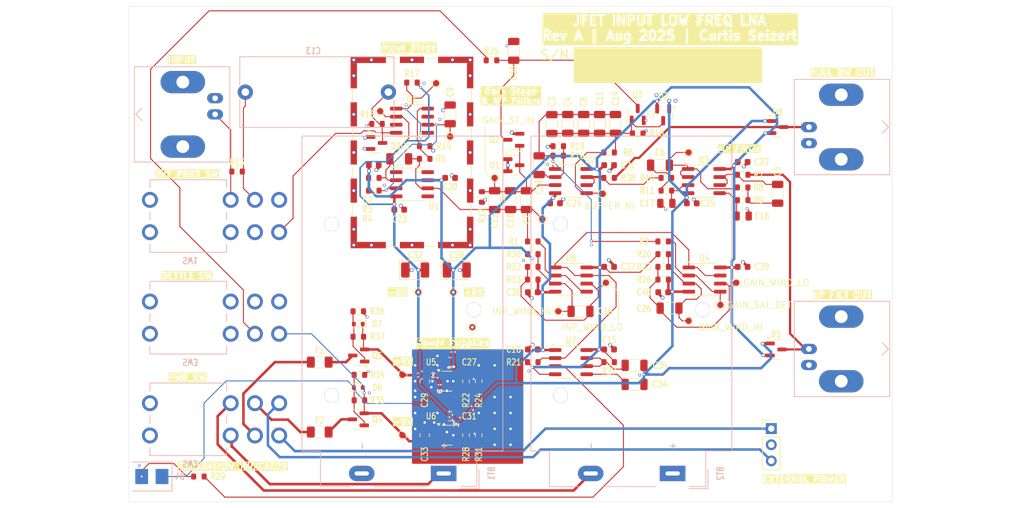
<source format=kicad_pcb>
(kicad_pcb (version 20241229) (generator "pcbnew") (generator_version "9.0")
  (title_block (comment 1 "Use JLC04161H-7628 Stackup") (comment 2 "Outer layer 50 Ohm = 0.35 mm"))
  (layers (0 "F.Cu" signal) (4 "In1.Cu" signal) (6 "In2.Cu" signal) (2 "B.Cu" signal) (13 "F.Paste" user) (15 "B.Paste" user) (5 "F.SilkS" user "F.Silkscreen") (7 "B.SilkS" user "B.Silkscreen") (1 "F.Mask" user) (3 "B.Mask" user) (25 "Edge.Cuts" user))
  (net 0 "")
  (net 1 "GND")
  (net 2 "+6V")
  (net 3 "Net-(SW1B-B)")
  (net 4 "-6V")
  (net 5 "Net-(D4-A)")
  (net 6 "Net-(D6-K)")
  (net 7 "SETTLE")
  (net 8 "-9V")
  (net 9 "Net-(D7-A)")
  (net 10 "+9V")
  (net 11 "Net-(J5-In)")
  (net 12 "Net-(SW2A-B)")
  (net 13 "Net-(Q5-D)")
  (net 14 "Net-(Q4-D)")
  (net 15 "Net-(SW2B-B)")
  (net 16 "EXT_V-")
  (net 17 "EXT_V+")
  (net 20 "Net-(BT2--)")
  (net 21 "Net-(BT1-+)")
  (net 25 "Net-(SW3A-B)")
  (net 26 "Net-(U3A--)")
  (net 27 "GAIN_SAT_DET")
  (net 31 "Net-(U2A--)")
  (net 32 "Net-(C11-Pad2)")
  (net 33 "Net-(U2B--)")
  (net 34 "Net-(U3B--)")
  (net 35 "Net-(U3A-+)")
  (net 36 "Net-(U3B-+)")
  (net 37 "Net-(U5-ADJ)")
  (net 38 "Net-(U6-FB)")
  (net 39 "Net-(U7-DIS)")
  (net 40 "Net-(U7-CV)")
  (net 41 "Net-(U7-Q)")
  (net 42 "INP_SAT_DET")
  (net 43 "Net-(C5-Pad2)")
  (net 44 "Net-(C6-Pad2)")
  (net 45 "/U1_OUT")
  (net 46 "/D_NI")
  (net 47 "/D_INV")
  (net 48 "/Q1_INP")
  (net 49 "/FB")
  (net 50 "/LTP_COMM")
  (net 51 "/GAIN_WIND_HI")
  (net 52 "/GAIN_WIND_LO")
  (net 53 "/INP_WIND_HI")
  (net 54 "/INP_WIND_LO")
  (net 55 "/555_TR")
  (net 56 "/GAIN_ST_IN")
  (net 57 "/BUFFER_NI")
  (net 60 "/HP_FILT_OUT")
  (net 61 "Net-(J1-In)")
  (net 62 "Net-(J2-In)")
  (footprint "Capacitor_SMD:C_0603_1608Metric" (layer "F.Cu") (at 97.836206 102.679869)
    (property "Reference" "C24")
    (property "Value" "0.1uF X7R")
  )
  (footprint "Capacitor_SMD:C_0603_1608Metric" (layer "F.Cu") (at 94.336206 125.679869 180)
    (property "Reference" "C18")
    (property "Value" "0.1uF X7R")
  )
  (footprint "Capacitor_SMD:C_1206_3216Metric" (layer "F.Cu") (at 104.836206 90.179869 90)
    (property "Reference" "C11")
    (property "Value" "470nF")
  )
  (footprint "Capacitor_Tantalum_SMD:CP_EIA-3528-21_Kemet-B" (layer "F.Cu") (at 75.836206 113.179869)
    (property "Reference" "C32")
    (property "Value" "47uF/16V/Ta")
  )
  (footprint "Capacitor_SMD:C_0603_1608Metric" (layer "F.Cu") (at 127.336206 112.679869 180)
    (property "Reference" "C39")
    (property "Value" "0.1uF X7R")
  )
  (footprint "Resistor_SMD:R_0603_1608Metric" (layer "F.Cu") (at 94.336206 114.679869)
    (property "Reference" "R33")
    (property "Value" "604k")
  )
  (footprint "Resistor_SMD:R_0603_1608Metric" (layer "F.Cu") (at 75.336206 83.679869)
    (property "Reference" "R17")
    (property "Value" "4k02")
  )
  (footprint "TestPoint:TestPoint_Pad_D1.0mm" (layer "F.Cu") (at 79.136206 83.779869)
    (property "Reference" "TP7" (hide yes))
    (property "Value" "TestPoint")
  )
  (footprint "Resistor_SMD:R_0603_1608Metric" (layer "F.Cu") (at 41.836206 145.679869 180)
    (property "Reference" "R29")
    (property "Value" "10k")
  )
  (footprint "Capacitor_SMD:C_1206_3216Metric" (layer "F.Cu") (at 73.336206 95.679869 180)
    (property "Reference" "C1")
    (property "Value" "22nF")
  )
  (footprint "Resistor_SMD:R_0603_1608Metric" (layer "F.Cu") (at 115.336206 100.679869 180)
    (property "Reference" "R11")
    (property "Value" "200k")
  )
  (footprint "Connector_PinHeader_2.54mm:PinHeader_1x03_P2.54mm_Vertical" (layer "F.Cu") (at 131.836206 138.139869)
    (property "Reference" "J4" (hide yes))
    (property "Value" "External Power Connector")
  )
  (footprint "TestPoint:TestPoint_Pad_D1.0mm" (layer "F.Cu") (at 81.836206 116.679869)
    (property "Reference" "TP14" (hide yes))
    (property "Value" "TestPoint")
  )
  (footprint "Resistor_SMD:R_0603_1608Metric" (layer "F.Cu") (at 106.336206 94.679869)
    (property "Reference" "R6")
    (property "Value" "49R9")
  )
  (footprint "Resistor_SMD:R_0603_1608Metric" (layer "F.Cu") (at 106.336206 98.679869 180)
    (property "Reference" "R38")
    (property "Value" "49R9")
  )
  (footprint "Capacitor_SMD:C_1206_3216Metric" (layer "F.Cu") (at 99.836206 90.179869 90)
    (property "Reference" "C4")
    (property "Value" "470nF")
  )
  (footprint "TestPoint:TestPoint_Pad_D1.0mm" (layer "F.Cu") (at 126.336206 115.179869)
    (property "Reference" "TP11" (hide yes))
    (property "Value" "TestPoint")
  )
  (footprint "Package_SO:SOIC-8_3.9x4.9mm_P1.27mm" (layer "F.Cu") (at 75.336206 89.679869)
    (property "Reference" "Q1")
    (property "Value" "JFE2140D")
  )
  (footprint "Package_TO_SOT_SMD:SOT-23" (layer "F.Cu") (at 132.586206 125.679869)
    (property "Reference" "D5")
    (property "Value" "BAV199")
  )
  (footprint "Capacitor_SMD:C_0603_1608Metric" (layer "F.Cu") (at 119.336206 102.679869)
    (property "Reference" "C25")
    (property "Value" "0.1uF X7R")
  )
  (footprint "Resistor_SMD:R_0603_1608Metric" (layer "F.Cu") (at 77.336206 95.679869 180)
    (property "Reference" "R5")
    (property "Value" "19k8 0.1%")
  )
  (footprint "Capacitor_Tantalum_SMD:CP_EIA-3528-21_Kemet-B" (layer "F.Cu") (at 82.376206 113.179869)
    (property "Reference" "C28")
    (property "Value" "47uF/16V/Ta")
  )
  (footprint "Resistor_SMD:R_0603_1608Metric" (layer "F.Cu") (at 127.336206 98.179869 180)
    (property "Reference" "R7")
    (property "Value" "49R9")
  )
  (footprint "Capacitor_SMD:C_0805_2012Metric" (layer "F.Cu") (at 81.336206 127.679869)
    (property "Reference" "C27")
    (property "Value" "4.7uF X7R")
  )
  (footprint "TestPoint:TestPoint_Pad_D1.0mm" (layer "F.Cu") (at 88.336206 98.679869)
    (property "Reference" "TP5" (hide yes))
    (property "Value" "TestPoint")
  )
  (footprint "Resistor_SMD:R_0603_1608Metric" (layer "F.Cu") (at 87.836206 80.179869)
    (property "Reference" "R25")
    (property "Value" "10k")
  )
  (footprint "Resistor_SMD:R_0603_1608Metric" (layer "F.Cu") (at 69.836206 90.179869 180)
    (property "Reference" "R15")
    (property "Value" "10M")
  )
  (footprint "Package_TO_SOT_SMD:SOT-23" (layer "F.Cu") (at 66.961206 126.629869 180)
    (property "Reference" "Q5")
    (property "Value" "IRLML9301")
  )
  (footprint "Capacitor_SMD:C_0603_1608Metric" (layer "F.Cu") (at 106.336206 125.679869 180)
    (property "Reference" "C15")
    (property "Value" "0.1uF X7R")
  )
  (footprint "Resistor_SMD:R_0603_1608Metric" (layer "F.Cu") (at 67.073706 133.679869)
    (property "Reference" "R35")
    (property "Value" "10M")
  )
  (footprint "TestPoint:TestPoint_Pad_D1.0mm" (layer "F.Cu") (at 73.836206 129.679869)
    (property "Reference" "TP16" (hide yes))
    (property "Value" "TestPoint")
  )
  (footprint "Resistor_SMD:R_0603_1608Metric" (layer "F.Cu") (at 114.836206 110.679869)
    (property "Reference" "R20")
    (property "Value" "604k")
  )
  (footprint "Capacitor_SMD:C_0805_2012Metric" (layer "F.Cu") (at 77.336206 139.179869 -90)
    (property "Reference" "C33")
    (property "Value" "4.7uF X7R")
  )
  (footprint "Capacitor_SMD:C_0805_2012Metric" (layer "F.Cu") (at 115.336206 102.679869)
    (property "Reference" "C17")
    (property "Value" "47nF")
  )
  (footprint "Capacitor_SMD:C_1206_3216Metric" (layer "F.Cu") (at 81.336206 88.679869 90)
    (property "Reference" "C9")
    (property "Value" "22nF")
  )
  (footprint "Package_TO_SOT_SMD:SOT-23" (layer "F.Cu") (at 110.836206 88.679869 90)
    (property "Reference" "Q3")
    (property "Value" "MMBF4117")
  )
  (footprint "Capacitor_SMD:C_0603_1608Metric" (layer "F.Cu") (at 69.336206 96.679869 180)
    (property "Reference" "C2")
    (property "Value" "0.1uF X7R")
  )
  (footprint "TestPoint:TestPoint_Pad_D1.0mm" (layer "F.Cu") (at 76.336206 116.679869)
    (property "Reference" "TP15" (hide yes))
    (property "Value" "TestPoint")
  )
  (footprint "Resistor_SMD:R_0603_1608Metric" (layer "F.Cu") (at 106.336206 127.679869 180)
    (property "Reference" "R27")
    (property "Value" "10M")
  )
  (footprint "Resistor_SMD:R_0603_1608Metric" (layer "F.Cu") (at 127.336206 102.179869)
    (property "Reference" "R9")
    (property "Value" "604k")
  )
  (footprint "Resistor_SMD:R_0603_1608Metric" (layer "F.Cu") (at 110.836206 91.679869)
    (property "Reference" "R18")
    (property "Value" "680k")
  )
  (footprint "Capacitor_SMD:C_0603_1608Metric" (layer "F.Cu") (at 81.336206 98.679869 180)
    (property "Reference" "C20")
    (property "Value" "0.1uF X7R")
  )
  (footprint "Resistor_SMD:R_0603_1608Metric" (layer "F.Cu") (at 85.836206 139.179869 90)
    (property "Reference" "R31")
    (property "Value" "10k")
  )
  (footprint "Fuse:Fuse_1206_3216Metric" (layer "F.Cu") (at 60.836206 138.679869)
    (property "Reference" "F2")
    (property "Value" "Polyfuse")
  )
  (footprint "Capacitor_SMD:C_1206_3216Metric" (layer "F.Cu") (at 110.336206 128.179869 180)
    (property "Reference" "C35")
    (property "Value" "100nF")
  )
  (footprint "Diode_SMD:D_SOD-523" (layer "F.Cu") (at 66.898706 131.679869)
    (property "Reference" "D6")
    (property "Value" "DZ2S150X0L")
  )
  (footprint "Capacitor_SMD:C_1206_3216Metric" (layer "F.Cu") (at 93.336206 102.179869 -90)
    (property "Reference" "C7")
    (property "Value" "470nF")
  )
  (footprint "Resistor_SMD:R_0603_1608Metric" (layer "F.Cu") (at 66.898706 119.679869)
    (property "Reference" "R36")
    (property "Value" "56k2")
  )
  (footprint "Package_TO_SOT_SMD:SOT-23-5" (layer "F.Cu") (at 80.836206 130.679869)
    (property "Reference" "U5")
    (property "Value" "LP2980-ADJ")
  )
  (footprint "Capacitor_SMD:C_1206_3216Metric" (layer "F.Cu") (at 132.836206 101.179869 -90)
    (property "Reference" "C5")
    (property "Value" "470nF")
  )
  (footprint "Capacitor_SMD:C_1206_3216Metric" (layer "F.Cu") (at 88.336206 102.179869 -90)
    (property "Reference" "C12")
    (property "Value" "470nF")
  )
  (footprint "Package_TO_SOT_SMD:SOT-23-5" (layer "F.Cu") (at 80.836206 139.179869)
    (property "Reference" "U6")
    (property "Value" "TPS72301DBV")
  )
  (footprint "RF_Shielding:Laird_Technologies_BMI-S-209-F_29.36x18.50mm" (layer "F.Cu") (at 75.336206 94.679869 90)
    (property "Reference" "J3" (hide yes))
    (property "Value" "RF_Shield_Two_Pieces")
  )
  (footprint "TestPoint:TestPoint_Pad_D1.0mm" (layer "F.Cu") (at 118.836206 121.179869)
    (property "Reference" "TP10" (hide yes))
    (property "Value" "TestPoint")
  )
  (footprint "Resistor_SMD:R_0603_1608Metric" (layer "F.Cu") (at 67.073706 129.679869 180)
    (property "Reference" "R34")
    (property "Value" "56k2")
  )
  (footprint "Capacitor_SMD:C_0805_2012Metric" (layer "F.Cu") (at 81.336206 136.179869)
    (property "Reference" "C31")
    (property "Value" "4.7uF X7R")
  )
  (footprint "Capacitor_SMD:C_1206_3216Metric" (layer "F.Cu") (at 115.836206 119.179869)
    (property "Reference" "C26")
    (property "Value" "22nF")
  )
  (footprint "Package_TO_SOT_SMD:SOT-23" (layer "F.Cu") (at 132.836206 90.679869)
    (property "Reference" "D8")
    (property "Value" "BAV199")
  )
  (footprint "Resistor_SMD:R_0603_1608Metric" (layer "F.Cu") (at 83.836206 139.179869 90)
    (property "Reference" "R28")
    (property "Value" "39k")
  )
  (footprint "Package_SO:SOIC-8_3.9x4.9mm_P1.27mm" (layer "F.Cu") (at 100.336206 99.179869)
    (property "Reference" "U2")
    (property "Value" "ADA4622-2")
  )
  (footprint "Resistor_SMD:R_0603_1608Metric" (layer "F.Cu") (at 98.336206 93.679869 180)
    (property "Reference" "R19")
    (property "Value" "200R 0.1%")
  )
  (footprint "Capacitor_SMD:C_0805_2012Metric" (layer "F.Cu") (at 77.336206 130.679869 90)
    (property "Reference" "C29")
    (property "Value" "4.7uF X7R")
  )
  (footprint "Capacitor_SMD:C_0603_1608Metric" (layer "F.Cu") (at 127.336206 96.179869 180)
    (property "Reference" "C22")
    (property "Value" "0.1uF X7R")
  )
  (footprint "TestPoint:TestPoint_Pad_D1.0mm" (layer "F.Cu") (at 73.836206 139.179869)
    (property "Reference" "TP17" (hide yes))
    (property "Value" "TestPoint")
  )
  (footprint "TestPoint:TestPoint_Pad_D1.0mm" (layer "F.Cu") (at 95.836206 105.179869)
    (property "Reference" "TP2" (hide yes))
    (property "Value" "TestPoint")
  )
  (footprint "Resistor_SMD:R_0603_1608Metric" (layer "F.Cu") (at 94.336206 127.679869)
    (property "Reference" "R21")
    (property "Value" "56k2")
  )
  (footprint "Package_TO_SOT_SMD:SOT-23" (layer "F.Cu") (at 69.773706 93.179869)
    (property "Reference" "D3")
    (property "Value" "BAV199")
  )
  (footprint "TestPoint:TestPoint_Pad_D1.0mm" (layer "F.Cu") (at 105.336206 101.179869)
    (property "Reference" "TP3" (hide yes))
    (property "Value" "TestPoint")
  )
  (footprint "TestPoint:TestPoint_Pad_D1.0mm" (layer "F.Cu") (at 98.336206 119.679869)
    (property "Reference" "TP12" (hide yes))
    (property "Value" "TestPoint")
  )
  (footprint "TestPoint:TestPoint_Pad_D1.0mm" (layer "F.Cu") (at 84.836206 122.179869)
    (property "Reference" "TP8" (hide yes))
    (property "Value" "TestPoint")
  )
  (footprint "Resistor_SMD:R_0603_1608Metric" (layer "F.Cu") (at 114.836206 114.679869)
    (property "Reference" "R26")
    (property "Value" "604k")
  )
  (footprint "Resistor_SMD:R_0603_1608Metric" (layer "F.Cu") (at 114.836206 112.679869 180)
    (property "Reference" "R23")
    (property "Value" "10M")
  )
  (footprint "Package_SO:SOIC-8_3.9x4.9mm_P1.27mm" (layer "F.Cu") (at 75.336206 99.679869)
    (property "Reference" "U1")
    (property "Value" "ADA4622-1")
  )
  (footprint "Resistor_SMD:R_0603_1608Metric" (layer "F.Cu") (at 66.898706 123.679869 180)
    (property "Reference" "R37")
    (property "Value" "10M")
  )
  (footprint "Resistor_SMD:R_0603_1608Metric" (layer "F.Cu") (at 69.336206 100.679869)
    (property "Reference" "R4")
    (property "Value" "4k02")
  )
  (footprint "Resistor_SMD:R_0603_1608Metric" (layer "F.Cu") (at 114.836206 108.679869)
    (property "Reference" "R2")
    (property "Value" "10k")
  )
  (footprint "Package_SO:SOIC-8_3.9x4.9mm_P1.27mm" (layer "F.Cu") (at 121.336206 114.679869)
    (property "Reference" "U4")
    (property "Value" "TLV1822D")
  )
  (footprint "Resistor_SMD:R_0603_1608Metric" (layer "F.Cu") (at 69.336206 98.679869)
    (property "Reference" "R3")
    (property "Value" "4k02")
  )
  (footprint "Capacitor_SMD:C_0805_2012Metric" (layer "F.Cu") (at 127.336206 104.679869 180)
    (property "Reference" "C16")
    (property "Value" "47nF")
  )
  (footprint "Package_SO:SOIC-8_3.9x4.9mm_P1.27mm" (layer "F.Cu") (at 121.236206 99.179869)
    (property "Reference" "U3")
    (property "Value" "ADA4622-2")
  )
  (footprint "Capacitor_SMD:C_1206_3216Metric" (layer "F.Cu") (at 101.836206 119.679869 180)
    (property "Reference" "C36")
    (property "Value" "22nF")
  )
  (footprint "Capacitor_SMD:C_0603_1608Metric" (layer "F.Cu") (at 106.336206 112.679869 180)
    (property "Reference" "C37")
    (property "Value" "0.1uF X7R")
  )
  (footprint "Capacitor_SMD:C_1206_3216Metric" (layer "F.Cu") (at 95.336206 96.679869 -90)
    (property "Reference" "C19")
    (property "Value" "22nF")
  )
  (footprint "Fuse:Fuse_1206_3216Metric" (layer "F.Cu") (at 60.836206 127.679869)
    (property "Reference" "F1")
    (property "Value" "Polyfuse")
  )
  (footprint "Capacitor_SMD:C_0603_1608Metric" (layer "F.Cu") (at 73.336206 103.679869)
    (property "Reference" "C23")
    (property "Value" "0.1uF X7R")
  )
  (footprint "Package_SO:SOIC-8_3.9x4.9mm_P1.27mm" (layer "F.Cu") (at 100.336206 114.679869)
    (property "Reference" "U8")
    (property "Value" "TLV1822D")
  )
  (footprint "TestPoint:TestPoint_Pad_D1.0mm" (layer "F.Cu") (at 118.836206 94.679869)
    (property "Reference" "TP1" (hide yes))
    (property "Value" "TestPoint")
  )
  (footprint "Capacitor_SMD:C_0603_1608Metric" (layer "F.Cu") (at 114.836206 116.679869 180)
    (property "Reference" "C40")
    (property "Value" "0.1uF X7R")
  )
  (footprint "Package_SO:SOIC-8_3.9x4.9mm_P1.27mm" (layer "F.Cu") (at 100.336206 127.679869)
    (property "Reference" "U7")
    (property "Value" "TLC555xD")
  )
  (footprint "Capacitor_SMD:C_0603_1608Metric" (layer "F.Cu") (at 106.336206 96.679869 180)
    (property "Reference" "C21")
    (property "Value" "0.1uF X7R")
  )
  (footprint "Resistor_SMD:R_0603_1608Metric" (layer "F.Cu") (at 85.836206 130.679869 90)
    (property "Reference" "R24")
    (property "Value" "10k")
  )
  (footprint "Capacitor_SMD:C_1206_3216Metric" (layer "F.Cu") (at 91.336206 78.679869 90)
    (property "Reference" "C30")
    (property "Value" "22nF")
  )
  (footprint "Resistor_SMD:R_0603_1608Metric" (layer "F.Cu") (at 47.836206 97.679869)
    (property "Reference" "R13")
    (property "Value" "10k")
  )
  (footprint "Resistor_SMD:R_0603_1608Metric" (layer "F.Cu") (at 83.836206 130.679869 90)
    (property "Reference" "R22")
    (property "Value" "39k")
  )
  (footprint "TestPoint:TestPoint_Pad_D1.0mm" (layer "F.Cu") (at 123.836206 118.679869)
    (property "Reference" "TP9" (hide yes))
    (property "Value" "TestPoint")
  )
  (footprint "Resistor_SMD:R_0603_1608Metric" (layer "F.Cu") (at 94.336206 112.679869 180)
    (property "Reference" "R32")
    (property "Value" "10M")
  )
  (footprint "Resistor_SMD:R_0603_1608Metric" (layer "F.Cu") (at 98.336206 95.179869 180)
    (property "Reference" "R16")
    (property "Value" "19k8 0.1%")
  )
  (footprint "Capacitor_SMD:C_1206_3216Metric" (layer "F.Cu") (at 97.336206 90.204869 90)
    (property "Reference" "C3")
    (property "Value" "470nF")
  )
  (footprint "Resistor_SMD:R_0603_1608Metric" (layer "F.Cu") (at 127.336206 100.179869 180)
    (property "Reference" "R8")
    (property "Value" "18k7")
  )
  (footprint "Package_TO_SOT_SMD:SOT-23" (layer "F.Cu") (at 91.336206 92.679869 180)
    (property "Reference" "Q2")
    (property "Value" "MMBF4117")
  )
  (footprint "Capacitor_SMD:C_1206_3216Metric" (layer "F.Cu") (at 107.336206 90.179869 90)
    (property "Reference" "C14")
    (property "Value" "470nF")
  )
  (footprint "Package_TO_SOT_SMD:SOT-23" (layer "F.Cu") (at 114.836206 88.742369 -90)
    (property "Reference" "D2")
    (property "Value" "BAV199")
  )
  (footprint "TestPoint:TestPoint_Pad_D1.0mm" (layer "F.Cu") (at 81.336206 92.179869)
    (property "Reference" "TP6" (hide yes))
    (property "Value" "TestPoint")
  )
  (footprint "Diode_SMD:D_SOD-523" (layer "F.Cu") (at 66.898706 121.679869 180)
    (property "Reference" "D7")
    (property "Value" "DZ2S150X0L")
  )
  (footprint "Capacitor_SMD:C_1206_3216Metric" (layer "F.Cu") (at 90.836206 102.179869 -90)
    (property "Reference" "C10")
    (property "Value" "470nF")
  )
  (footprint "Capacitor_SMD:C_1206_3216Metric" (layer "F.Cu") (at 110.336206 131.179869 180)
    (property "Reference" "C34")
    (property "Value" "100nF")
  )
  (footprint "TestPoint:TestPoint_Pad_D1.0mm" (layer "F.Cu") (at 105.836206 115.179869)
    (property "Reference" "TP13" (hide yes))
    (property "Value" "TestPoint")
  )
  (footprint "Package_TO_SOT_SMD:SOT-23" (layer "F.Cu") (at 66.898706 136.679869 180)
    (property "Reference" "Q4")
    (property "Value" "DMN6075S")
  )
  (footprint "Capacitor_SMD:C_1206_3216Metric" (layer "F.Cu") (at 114.336206 96.679869 180)
    (property "Reference" "C6")
    (property "Value" "470nF")
  )
  (footprint "Resistor_SMD:R_0603_1608Metric" (layer "F.Cu") (at 94.336206 110.679869)
    (property "Reference" "R30")
    (property "Value" "604k")
  )
  (footprint "Resistor_SMD:R_0603_1608Metric" (layer "F.Cu") (at 86.336206 101.679869 -90)
    (property "Reference" "R12")
    (property "Value" "10M")
  )
  (footprint "TestPoint:TestPoint_Pad_D1.0mm" (layer "F.Cu") (at 70.336206 88.179869)
    (property "Reference" "TP4" (hide yes))
    (property "Value" "TestPoint")
  )
  (footprint "Capacitor_SMD:C_1206_3216Metric" (layer "F.Cu") (at 102.336206 90.179869 90)
    (property "Reference" "C8")
    (property "Value" "470nF")
  )
  (footprint "Resistor_SMD:R_0603_1608Metric" (layer "F.Cu") (at 94.336206 108.679869)
    (property "Reference" "R1")
    (property "Value" "10k")
  )
  (footprint "Resistor_SMD:R_0603_1608Metric" (layer "F.Cu") (at 77.336206 93.679869)
    (property "Reference" "R14")
    (property "Value" "200R 0.1%")
  )
  (footprint "Resistor_SMD:R_0603_1608Metric" (layer "F.Cu") (at 115.336206 98.679869 180)
    (property "Reference" "R10")
    (property "Value" "56k2")
  )
  (footprint "Package_TO_SOT_SMD:SOT-23" (layer "F.Cu") (at 91.336206 96.679869)
    (property "Reference" "D1")
    (property "Value" "BAV199")
  )
  (footprint "Capacitor_SMD:C_0603_1608Metric" (layer "F.Cu") (at 94.336206 116.679869 180)
    (property "Reference" "C38")
    (property "Value" "0.1uF X7R")
  )
  (footprint "LED_SMD:LED_Dialight_591" (layer "B.Cu") (at 34.436206 145.679869 180)
    (property "Reference" "D4")
    (property "Value" "LED")
  )
  (footprint "Capacitor_THT:C_Rect_L24.0mm_W10.9mm_P22.50mm_MKT" (layer "B.Cu") (at 49.136206 85.179869)
    (property "Reference" "C13")
    (property "Value" "4.7uF PP")
  )
  (footprint "Footprints:SW_DPDT_E-Switch_100DP1T2B4M7QE" (layer "B.Cu") (at 46.836206 136.679869)
    (property "Reference" "SW2")
    (property "Value" "SW_DPDT_x2")
  )
  (footprint "Connector_Coaxial:BNC_Amphenol_B6252HB-NPP3G-50_Horizontal" (layer "B.Cu") (at 44.386206 88.679869 -90)
    (property "Reference" "J2" (hide yes))
    (property "Value" "Conn_Coaxial")
  )
  (footprint "Battery:BatteryHolder_MPD_BA9VPC_1xPP3" (layer "B.Cu") (at 116.321206 145.199869 90)
    (property "Reference" "BT2")
    (property "Value" "Battery")
  )
  (footprint "Connector_Coaxial:BNC_Amphenol_B6252HB-NPP3G-50_Horizontal" (layer "B.Cu") (at 137.756206 125.599869 90)
    (property "Reference" "J1" (hide yes))
    (property "Value" "Conn_Coaxial")
  )
  (footprint "Footprints:SW_DPDT_E-Switch_100DP1T2B4M7QE" (layer "B.Cu") (at 46.836206 120.679869)
    (property "Reference" "SW3")
    (property "Value" "SW_DPDT_x2")
  )
  (footprint "Footprints:SW_DPDT_E-Switch_100DP1T2B4M7QE" (layer "B.Cu") (at 46.836206 104.679869)
    (property "Reference" "SW1")
    (property "Value" "SW_DPDT_x2")
  )
  (footprint "Battery:BatteryHolder_MPD_BA9VPC_1xPP3" (layer "B.Cu") (at 80.321206 145.199869 90)
    (property "Reference" "BT1")
    (property "Value" "Battery")
  )
  (footprint "Connector_Coaxial:BNC_Amphenol_B6252HB-NPP3G-50_Horizontal" (layer "B.Cu") (at 137.756206 90.679869 90)
    (property "Reference" "J5" (hide yes))
    (property "Value" "Conn_Coaxial")
  )
  (gr_line (start 86.836206 96.679869) (end 86.836206 97.679869) (stroke (width 0.12)) (layer "F.SilkS"))
  (gr_line (start 86.836206 90.679869) (end 86.836206 96.679869) (stroke (width 0.12)) (layer "F.SilkS"))
  (gr_line (start 86.836206 97.679869) (end 87.336206 98.179869) (stroke (width 0.12)) (layer "F.SilkS"))
  (gr_line (start 107.836206 116.679869) (end 106.836206 115.679869) (stroke (width 0.12)) (layer "F.SilkS"))
  (gr_line (start 107.836206 121.179869) (end 107.836206 116.679869) (stroke (width 0.12)) (layer "F.SilkS"))
  (gr_rect (start 100.836206 78.179869) (end 130.336206 83.679869) (stroke (width 0.12)) (fill yes) (layer "F.SilkS"))
  (gr_rect (start 30.836206 71.679869) (end 150.836206 149.679869) (stroke (width 0.05)) (fill no) (layer "Edge.Cuts"))
  (gr_text "JFET INPUT LOW FREQ LNA\nRev A | Aug 2025 | Curtis Seizert" (at 115.836206 77.179869 0) (layer "F.SilkS" knockout) (effects (font (size 1.5 1.5) (thickness 0.3) (bold yes)) (justify bottom)))
  (gr_text "Gain Stage\n& HP Filters" (at 90.836206 87.179869 0) (layer "F.SilkS" knockout) (effects (font (size 1 1) (thickness 0.2) (bold yes) (italic yes)) (justify bottom)))
  (gr_text "FULL BW OUT" (at 137.836206 82.679869 0) (layer "F.SilkS" knockout) (effects (font (size 1 1) (thickness 0.2) (bold yes)) (justify left bottom)))
  (gr_text "GAIN_WIND_HI" (at 120.336206 122.179869 0) (layer "F.SilkS") (effects (font (size 1 1) (thickness 0.125)) (justify left)))
  (gr_text "SETTLE SW" (at 35.836206 114.679869 0) (layer "F.SilkS" knockout) (effects (font (size 1 1) (thickness 0.2) (bold yes)) (justify left bottom)))
  (gr_text "LP Filter" (at 123.336206 94.679869 0) (layer "F.SilkS" knockout) (effects (font (size 1 1) (thickness 0.2) (bold yes) (italic yes)) (justify left bottom)))
  (gr_text "GAIN_WIND_LO" (at 127.336206 115.179869 0) (layer "F.SilkS") (effects (font (size 1 1) (thickness 0.125)) (justify left)))
  (gr_text "INPUT" (at 36.836206 80.679869 0) (layer "F.SilkS" knockout) (effects (font (size 1 1) (thickness 0.2) (bold yes)) (justify left bottom)))
  (gr_text "+9V" (at 73.836206 128.179869 0) (layer "F.SilkS" knockout) (effects (font (size 1 1) (thickness 0.2) (bold yes)) (justify bottom)))
  (gr_text "INP_WIND_LO" (at 98.836206 122.179869 0) (layer "F.SilkS") (effects (font (size 1 1) (thickness 0.125)) (justify left)))
  (gr_text "INP PROT SW" (at 34.836206 98.679869 0) (layer "F.SilkS" knockout) (effects (font (size 1 1) (thickness 0.2) (bold yes)) (justify left bottom)))
  (gr_text "LP FILT OUT" (at 138.336206 117.679869 0) (layer "F.SilkS" knockout) (effects (font (size 1 1) (thickness 0.2) (bold yes)) (justify left bottom)))
  (gr_text "INP_WIND_HI" (at 87.836206 119.679869 0) (layer "F.SilkS") (effects (font (size 1 1) (thickness 0.125)) (justify left)))
  (gr_text "S/N:" (at 95.336206 80.179869 0) (layer "F.SilkS") (effects (font (size 1.5 1.5) (thickness 0.2) (bold yes)) (justify left bottom)))
  (gr_text "PWR SW" (at 36.836206 130.679869 0) (layer "F.SilkS" knockout) (effects (font (size 1 1) (thickness 0.2) (bold yes)) (justify left bottom)))
  (gr_text "Power Supplies" (at 75.836206 125.179869 0) (layer "F.SilkS" knockout) (effects (font (size 1 1) (thickness 0.2) (bold yes) (italic yes)) (justify left bottom)))
  (gr_text "+6V" (at 83.336206 116.679869 0) (layer "F.SilkS" knockout) (effects (font (size 1 1) (thickness 0.2) (bold yes)) (justify left)))
  (gr_text "BUFFER NI" (at 102.336206 103.679869 0) (layer "F.SilkS") (effects (font (size 1 1) (thickness 0.125)) (justify left bottom)))
  (gr_text "-6V" (at 71.336206 116.679869 0) (layer "F.SilkS" knockout) (effects (font (size 1 1) (thickness 0.2) (bold yes)) (justify left)))
  (gr_text "Input Stage" (at 70.336206 78.679869 0) (layer "F.SilkS" knockout) (effects (font (size 1 1) (thickness 0.2) (bold yes) (italic yes)) (justify left bottom)))
  (gr_text "GAIN_ST_IN" (at 86.336206 90.179869 0) (layer "F.SilkS") (effects (font (size 1 1) (thickness 0.125)) (justify left bottom)))
  (gr_text "-9V" (at 73.836206 137.679869 0) (layer "F.SilkS" knockout) (effects (font (size 1 1) (thickness 0.2) (bold yes)) (justify bottom)))
  (gr_text "GAIN_SAT_DET" (at 124.836206 118.679869 0) (layer "F.SilkS") (effects (font (size 1 1) (thickness 0.125)) (justify left)))
  (gr_text "SATURATION INDICATOR" (at 38.336206 144.679869 0) (layer "F.SilkS" knockout) (effects (font (size 1 1) (thickness 0.2) (bold yes) (italic yes)) (justify left bottom)))
  (gr_text "EXTERNAL POWER" (at 130.336206 146.679869 0) (layer "F.SilkS" knockout) (effects (font (size 1 1) (thickness 0.2) (bold yes)) (justify left bottom)))
  (segment (start 128.111206 96.304869) (end 127.536206 96.879869) (width 0.4) (layer "F.Cu") (net 1))
  (segment (start 93.561206 125.654869) (end 94.286206 124.929869) (width 0.4) (layer "F.Cu") (net 1))
  (segment (start 107.111206 112.454869) (end 106.286206 111.629869) (width 0.4) (layer "F.Cu") (net 1))
  (segment (start 67.723706 120.017369) (end 68.286206 120.579869) (width 0.15) (layer "F.Cu") (net 1))
  (segment (start 68.836206 94.129869) (end 67.936206 94.129869) (width 0.4) (layer "F.Cu") (net 1))
  (segment (start 74.111206 103.604869) (end 73.586206 103.079869) (width 0.4) (layer "F.Cu") (net 1))
  (segment (start 90.398706 96.679869) (end 90.398706 95.729869) (width 0.4) (layer "F.Cu") (net 1))
  (segment (start 128.111206 112.654869) (end 127.386206 111.929869) (width 0.4) (layer "F.Cu") (net 1))
  (segment (start 128.286206 103.779869) (end 128.036206 103.529869) (width 0.15) (layer "F.Cu") (net 1))
  (segment (start 83.916206 113.179869) (end 82.886206 113.179869) (width 0.4) (layer "F.Cu") (net 1))
  (segment (start 78.161206 93.854869) (end 78.686206 94.379869) (width 0.15) (layer "F.Cu") (net 1))
  (segment (start 67.936206 129.679869) (end 68.461206 129.154869) (width 0.15) (layer "F.Cu") (net 1))
  (segment (start 69.011206 90.179869) (end 68.586206 90.179869) (width 0.15) (layer "F.Cu") (net 1))
  (segment (start 112.086205 89.617369) (end 112.095147 89.626309) (width 0.35) (layer "F.Cu") (net 1))
  (segment (start 93.561206 116.679869) (end 93.561206 117.004869) (width 0.4) (layer "F.Cu") (net 1))
  (segment (start 85.511206 129.854869) (end 85.036206 130.329869) (width 0.15) (layer "F.Cu") (net 1))
  (segment (start 77.336206 138.229869) (end 79.698706 138.229869) (width 0.4) (layer "F.Cu") (net 1))
  (segment (start 107.111206 125.604869) (end 106.486206 124.979869) (width 0.4) (layer "F.Cu") (net 1))
  (segment (start 111.736206 91.679869) (end 112.186206 91.229869) (width 0.35) (layer "F.Cu") (net 1))
  (segment (start 80.386206 137.542369) (end 79.698706 138.229869) (width 0.4) (layer "F.Cu") (net 1))
  (segment (start 80.386206 136.179869) (end 80.386206 137.479869) (width 0.4) (layer "F.Cu") (net 1))
  (segment (start 81.061206 87.204869) (end 80.236206 88.029869) (width 0.15) (layer "F.Cu") (net 1))
  (segment (start 92.273706 91.729869) (end 91.236206 91.729869) (width 0.4) (layer "F.Cu") (net 1))
  (segment (start 90.398706 97.629869) (end 90.398706 96.679869) (width 0.4) (layer "F.Cu") (net 1))
  (segment (start 81.986206 98.679869) (end 81.586206 98.279869) (width 0.4) (layer "F.Cu") (net 1))
  (segment (start 68.586206 90.179869) (end 68.236206 90.529869) (width 0.15) (layer "F.Cu") (net 1))
  (segment (start 115.236206 103.529869) (end 115.236206 103.629869) (width 0.15) (layer "F.Cu") (net 1))
  (segment (start 70.111206 96.679869) (end 70.111206 97.054869) (width 0.4) (layer "F.Cu") (net 1))
  (segment (start 111.786206 89.617369) (end 112.086205 89.617369) (width 0.35) (layer "F.Cu") (net 1))
  (segment (start 78.536206 130.679869) (end 80.936206 130.679869) (width 0.4) (layer "F.Cu") (net 1))
  (segment (start 91.236206 91.729869) (end 91.036206 91.529869) (width 0.4) (layer "F.Cu") (net 1))
  (segment (start 107.111206 96.854869) (end 106.386206 97.579869) (width 0.4) (layer "F.Cu") (net 1))
  (segment (start 67.936206 94.129869) (end 67.886206 94.079869) (width 0.4) (layer "F.Cu") (net 1))
  (segment (start 128.286206 104.679869) (end 128.286206 103.779869) (width 0.15) (layer "F.Cu") (net 1))
  (segment (start 68.136206 92.229869) (end 67.986206 92.379869) (width 0.4) (layer "F.Cu") (net 1))
  (segment (start 80.386206 127.829869) (end 81.086206 128.529869) (width 0.4) (layer "F.Cu") (net 1))
  (segment (start 114.386206 102.679869) (end 115.236206 103.529869) (width 0.15) (layer "F.Cu") (net 1))
  (segment (start 70.111206 97.054869) (end 69.736206 97.429869) (width 0.4) (layer "F.Cu") (net 1))
  (segment (start 68.836206 92.229869) (end 68.136206 92.229869) (width 0.4) (layer "F.Cu") (net 1))
  (segment (start 98.611206 102.554869) (end 99.136206 102.029869) (width 0.4) (layer "F.Cu") (net 1))
  (segment (start 80.386206 137.479869) (end 80.386206 137.542369) (width 0.4) (layer "F.Cu") (net 1))
  (segment (start 120.111206 102.554869) (end 119.636206 102.079869) (width 0.4) (layer "F.Cu") (net 1))
  (segment (start 85.761206 138.354869) (end 85.186206 138.929869) (width 0.4) (layer "F.Cu") (net 1))
  (segment (start 96.786206 93.679869) (end 96.686206 93.779869) (width 0.4) (layer "F.Cu") (net 1))
  (segment (start 97.511206 93.679869) (end 96.786206 93.679869) (width 0.4) (layer "F.Cu") (net 1))
  (segment (start 90.961206 77.204869) (end 90.286206 77.879869) (width 0.15) (layer "F.Cu") (net 1))
  (segment (start 93.561206 117.004869) (end 94.186206 117.629869) (width 0.4) (layer "F.Cu") (net 1))
  (segment (start 114.061206 116.854869) (end 114.736206 117.529869) (width 0.4) (layer "F.Cu") (net 1))
  (segment (start 77.336206 131.629869) (end 78.386206 131.629869) (width 0.4) (layer "F.Cu") (net 1))
  (segment (start 74.296206 113.179869) (end 75.286206 113.179869) (width 0.4) (layer "F.Cu") (net 1))
  (via (at 113.780875 85.674538) (size 0.6) (drill 0.4) (layers "F.Cu" "B.Cu") (net 1))
  (via (at 80.836206 132.179869) (size 0.6) (drill 0.4) (layers "F.Cu" "B.Cu") (net 1))
  (via (at 76.736206 92.279869) (size 0.45) (drill 0.3) (layers "F.Cu" "B.Cu") (net 1))
  (via (at 84.486206 94.679869) (size 0.6) (drill 0.4) (layers "F.Cu" "B.Cu") (net 1))
  (via (at 91.036206 91.529869) (size 0.6) (drill 0.4) (layers "F.Cu" "B.Cu") (net 1))
  (via (at 90.836206 140.679869) (size 0.6) (drill 0.4) (layers "F.Cu" "B.Cu") (net 1))
  (via (at 92.886206 111.679869) (size 0.45) (drill 0.3) (layers "F.Cu" "B.Cu") (net 1))
  (via (at 79.336206 128.179869) (size 0.6) (drill 0.4) (layers "F.Cu" "B.Cu") (net 1))
  (via (at 94.286206 124.929869) (size 0.6) (drill 0.4) (layers "F.Cu" "B.Cu") (net 1))
  (via (at 81.711206 109.259869) (size 0.6) (drill 0.4) (layers "F.Cu" "B.Cu") (net 1))
  (via (at 96.686206 96.529869) (size 0.45) (drill 0.3) (layers "F.Cu" "B.Cu") (net 1))
  (via (at 128.036206 103.529869) (size 0.45) (drill 0.3) (layers "F.Cu" "B.Cu") (net 1))
  (via (at 69.736206 97.429869) (size 0.6) (drill 0.4) (layers "F.Cu" "B.Cu") (net 1))
  (via (at 75.336206 80.099869) (size 0.6) (drill 0.4) (layers "F.Cu" "B.Cu") (net 1))
  (via (at 78.536206 130.679869) (size 0.6) (drill 0.4) (layers "F.Cu" "B.Cu") (net 1))
  (via (at 112.095147 89.626309) (size 0.45) (drill 0.3) (layers "F.Cu" "B.Cu") (net 1))
  (via (at 88.336206 128.179869) (size 0.6) (drill 0.4) (layers "F.Cu" "B.Cu") (net 1))
  (via (at 85.036206 130.329869) (size 0.45) (drill 0.3) (layers "F.Cu" "B.Cu") (net 1))
  (via (at 90.398706 96.679869) (size 0.6) (drill 0.4) (layers "F.Cu" "B.Cu") (net 1))
  (via (at 96.686206 93.779869) (size 0.6) (drill 0.4) (layers "F.Cu" "B.Cu") (net 1))
  (via (at 79.736206 89.479869) (size 0.45) (drill 0.3) (layers "F.Cu" "B.Cu") (net 1))
  (via (at 115.236206 103.629869) (size 0.45) (drill 0.3) (layers "F.Cu" "B.Cu") (net 1))
  (via (at 81.586206 98.279869) (size 0.6) (drill 0.4) (layers "F.Cu" "B.Cu") (net 1))
  (via (at 66.186206 94.679869) (size 0.6) (drill 0.4) (layers "F.Cu" "B.Cu") (net 1))
  (via (at 67.986206 92.379869) (size 0.6) (drill 0.4) (layers "F.Cu" "B.Cu") (net 1))
  (via (at 88.336206 133.179869) (size 0.6) (drill 0.4) (layers "F.Cu" "B.Cu") (net 1))
  (via (at 68.286206 120.579869) (size 0.45) (drill 0.3) (layers "F.Cu" "B.Cu") (net 1))
  (via (at 84.486206 106.769869) (size 0.6) (drill 0.4) (layers "F.Cu" "B.Cu") (net 1))
  (via (at 82.886206 113.179869) (size 0.6) (drill 0.4) (layers "F.Cu" "B.Cu") (net 1))
  (via (at 73.586206 103.079869) (size 0.6) (drill 0.4) (layers "F.Cu" "B.Cu") (net 1))
  (via (at 74.436206 87.179869) (size 0.45) (drill 0.3) (layers "F.Cu" "B.Cu") (net 1))
  (via (at 68.636206 132.529869) (size 0.45) (drill 0.3) (layers "F.Cu" "B.Cu") (net 1))
  (via (at 114.736206 117.529869) (size 0.6) (drill 0.4) (layers "F.Cu" "B.Cu") (net 1))
  (via (at 75.336206 109.259869) (size 0.6) (drill 0.4) (layers "F.Cu" "B.Cu") (net 1))
  (via (at 75.836206 133.179869) (size 0.6) (drill 0.4) (layers "F.Cu" "B.Cu") (net 1))
  (via (at 88.336206 140.679869) (size 0.6) (drill 0.4) (layers "F.Cu" "B.Cu") (net 1))
  (via (at 111.136206 129.729869) (size 0.45) (drill 0.3) (layers "F.Cu" "B.Cu") (net 1))
  (via (at 84.486206 100.679869) (size 0.6) (drill 0.4) (layers "F.Cu" "B.Cu") (net 1))
  (via (at 84.486206 88.679869) (size 0.6) (drill 0.4) (layers "F.Cu" "B.Cu") (net 1))
  (via (at 119.636206 102.079869) (size 0.6) (drill 0.4) (layers "F.Cu" "B.Cu") (net 1))
  (via (at 66.186206 82.589869) (size 0.6) (drill 0.4) (layers "F.Cu" "B.Cu") (net 1))
  (via (at 75.836206 130.679869) (size 0.6) (drill 0.4) (layers "F.Cu" "B.Cu") (net 1))
  (via (at 86.836206 102.129869) (size 0.6) (drill 0.4) (layers "F.Cu" "B.Cu") (net 1))
  (via (at 80.936206 130.679869) (size 0.6) (drill 0.4) (layers "F.Cu" "B.Cu") (net 1))
  (via (at 75.836206 128.179869) (size 0.6) (drill 0.4) (layers "F.Cu" "B.Cu") (net 1))
  (via (at 127.386206 111.929869) (size 0.6) (drill 0.4) (layers "F.Cu" "B.Cu") (net 1))
  (via (at 99.136206 102.029869) (size 0.6) (drill 0.4) (layers "F.Cu" "B.Cu") (net 1))
  (via (at 81.836206 139.179869) (size 0.6) (drill 0.4) (layers "F.Cu" "B.Cu") (net 1))
  (via (at 85.836206 135.679869) (size 0.6) (drill 0.4) (layers "F.Cu" "B.Cu") (net 1))
  (via (at 79.336206 135.679869) (size 0.6) (drill 0.4) (layers "F.Cu" "B.Cu") (net 1))
  (via (at 78.386206 131.629869) (size 0.6) (drill 0.4) (layers "F.Cu" "B.Cu") (net 1))
  (via (at 66.186206 100.679869) (size 0.6) (drill 0.4) (layers "F.Cu" "B.Cu") (net 1))
  (via (at 75.836206 135.679869) (size 0.6) (drill 0.4) (layers "F.Cu" "B.Cu") (net 1))
  (via (at 67.886206 94.079869) (size 0.6) (drill 0.4) (layers "F.Cu" "B.Cu") (net 1))
  (via (at 90.836206 138.179869) (size 0.6) (drill 0.4) (layers "F.Cu" "B.Cu") (net 1))
  (via (at 85.186206 138.929869) (size 0.45) (drill 0.3) (layers "F.Cu" "B.Cu") (net 1))
  (via (at 66.186206 109.259869) (size 0.6) (drill 0.4) (layers "F.Cu" "B.Cu") (net 1))
  (via (at 75.286206 113.179869) (size 0.6) (drill 0.4) (layers "F.Cu" "B.Cu") (net 1))
  (via (at 84.486206 109.259869) (size 0.6) (drill 0.4) (layers "F.Cu" "B.Cu") (net 1))
  (via (at 75.836206 138.179869) (size 0.6) (drill 0.4) (layers "F.Cu" "B.Cu") (net 1))
  (via (at 79.336206 126.679869) (size 0.6) (drill 0.4) (layers "F.Cu" "B.Cu") (net 1))
  (via (at 81.086206 128.529869) (size 0.6) (drill 0.4) (layers "F.Cu" "B.Cu") (net 1))
  (via (at 66.186206 88.679869) (size 0.6) (drill 0.4) (layers "F.Cu" "B.Cu") (net 1))
  (via (at 103.536206 109.229869) (size 0.45) (drill 0.3) (layers "F.Cu" "B.Cu") (net 1))
  (via (at 80.236206 88.029869) (size 0.6) (drill 0.4) (layers "F.Cu" "B.Cu") (net 1))
  (via (at 94.186206 117.629869) (size 0.6) (drill 0.4) (layers "F.Cu" "B.Cu") (net 1))
  (via (at 70.986206 99.829869) (size 0.45) (drill 0.3) (layers "F.Cu" "B.Cu") (net 1))
  (via (at 81.711206 80.099869) (size 0.6) (drill 0.4) (layers "F.Cu" "B.Cu") (net 1))
  (via (at 90.286206 77.879869) (size 0.45) (drill 0.3) (layers "F.Cu" "B.Cu") (net 1))
  (via (at 32.486206 143.979869) (size 0.45) (drill 0.3) (layers "F.Cu" "B.Cu") (net 1))
  (via (at 68.236206 90.529869) (size 0.45) (drill 0.3) (layers "F.Cu" "B.Cu") (net 1))
  (via (at 68.961206 80.099869) (size 0.6) (drill 0.4) (layers "F.Cu" "B.Cu") (net 1))
  (via (at 75.836206 132.179869) (size 0.6) (drill 0.4) (layers "F.Cu" "B.Cu") (net 1))
  (via (at 106.286206 111.629869) (size 0.6) (drill 0.4) (layers "F.Cu" "B.Cu") (net 1))
  (via (at 80.836206 138.679869) (size 0.6) (drill 0.4) (layers "F.Cu" "B.Cu") (net 1))
  (via (at 66.186206 80.099869) (size 0.6) (drill 0.4) (layers "F.Cu" "B.Cu") (net 1))
  (via (at 66.186206 106.769869) (size 0.6) (drill 0.4) (layers "F.Cu" "B.Cu") (net 1))
  (via (at 116.786206 86.529869) (size 0.6) (drill 0.4) (layers "F.Cu" "B.Cu") (net 1))
  (via (at 84.836206 122.179869) (size 0.6) (drill 0.4) (layers "F.Cu" "B.Cu") (net 1))
  (via (at 106.386206 97.579869) (size 0.6) (drill 0.4) (layers "F.Cu" "B.Cu") (net 1))
  (via (at 90.836206 135.679869) (size 0.6) (drill 0.4) (layers "F.Cu" "B.Cu") (net 1))
  (via (at 112.186206 91.229869) (size 0.45) (drill 0.3) (layers "F.Cu" "B.Cu") (net 1))
  (via (at 77.236206 83.779869) (size 0.45) (drill 0.3) (layers "F.Cu" "B.Cu") (net 1))
  (via (at 127.536206 96.879869) (size 0.6) (drill 0.4) (layers "F.Cu" "B.Cu") (net 1))
  (via (at 80.386206 137.479869) (size 0.6) (drill 0.4) (layers "F.Cu" "B.Cu") (net 1))
  (via (at 88.336206 138.179869) (size 0.6) (drill 0.4) (layers "F.Cu" "B.Cu") (net 1))
  (via (at 68.961206 109.259869) (size 0.6) (drill 0.4) (layers "F.Cu" "B.Cu") (net 1))
  (via (at 68.461206 129.154869) (size 0.45) (drill 0.3) (layers "F.Cu" "B.Cu") (net 1))
  (via (at 78.836206 137.179869) (size 0.6) (drill 0.4) (layers "F.Cu" "B.Cu") (net 1))
  (via (at 85.836206 128.179869) (size 0.6) (drill 0.4) (layers "F.Cu" "B.Cu") (net 1))
  (via (at 77.336206 137.179869) (size 0.6) (drill 0.4) (layers "F.Cu" "B.Cu") (net 1))
  (via (at 90.836206 133.179869) (size 0.6) (drill 0.4) (layers "F.Cu" "B.Cu") (net 1))
  (via (at 106.486206 124.979869) (size 0.6) (drill 0.4) (layers "F.Cu" "B.Cu") (net 1))
  (via (at 81.836206 130.679869) (size 0.6) (drill 0.4) (layers "F.Cu" "B.Cu") (net 1))
  (via (at 93.736206 129.079869) (size 0.45) (drill 0.3) (layers "F.Cu" "B.Cu") (net 1))
  (via (at 84.486206 80.099869) (size 0.6) (drill 0.4) (layers "F.Cu" "B.Cu") (net 1))
  (via (at 88.336206 135.679869) (size 0.6) (drill 0.4) (layers "F.Cu" "B.Cu") (net 1))
  (via (at 78.686206 94.379869) (size 0.6) (drill 0.4) (layers "F.Cu" "B.Cu") (net 1))
  (via (at 84.486206 82.589869) (size 0.6) (drill 0.4) (layers "F.Cu" "B.Cu") (net 1))
  (segment (start 95.391206 129.584869) (end 94.261206 128.454869) (width 0.15) (layer "F.Cu") (net 2))
  (segment (start 125.466206 97.274869) (end 125.998706 96.742369) (width 0.4) (layer "F.Cu") (net 2))
  (segment (start 94.261206 128.454869) (end 93.511206 127.704869) (width 0.15) (layer "F.Cu") (net 2))
  (segment (start 130.636206 126.629869) (end 130.586206 126.579869) (width 0.4) (layer "F.Cu") (net 2))
  (segment (start 113.886206 87.804869) (end 113.886206 86.629869) (width 0.4) (layer "F.Cu") (net 2))
  (segment (start 125.998706 96.742369) (end 126.561206 96.179869) (width 0.4) (layer "F.Cu") (net 2))
  (segment (start 104.736206 125.679869) (end 102.906206 125.679869) (width 0.4) (layer "F.Cu") (net 2))
  (segment (start 123.711206 97.274869) (end 125.466206 97.274869) (width 0.4) (layer "F.Cu") (net 2))
  (segment (start 82.098706 129.854869) (end 81.973706 129.729869) (width 0.4) (layer "F.Cu") (net 2))
  (segment (start 97.861206 129.584869) (end 95.391206 129.584869) (width 0.15) (layer "F.Cu") (net 2))
  (segment (start 123.811206 112.774869) (end 125.636206 112.774869) (width 0.4) (layer "F.Cu") (net 2))
  (segment (start 79.986206 99.044869) (end 80.196206 99.044869) (width 0.4) (layer "F.Cu") (net 2))
  (segment (start 68.561206 96.679869) (end 68.561206 97.579869) (width 0.4) (layer "F.Cu") (net 2))
  (segment (start 81.973706 127.992369) (end 82.286206 127.679869) (width 0.4) (layer "F.Cu") (net 2))
  (segment (start 111.236206 113.529869) (end 114.011206 110.754869) (width 0.15) (layer "F.Cu") (net 2))
  (segment (start 83.836206 129.854869) (end 82.098706 129.854869) (width 0.4) (layer "F.Cu") (net 2))
  (segment (start 125.636206 112.774869) (end 126.466206 112.774869) (width 0.4) (layer "F.Cu") (net 2))
  (segment (start 80.196206 99.044869) (end 80.561206 98.679869) (width 0.4) (layer "F.Cu") (net 2))
  (segment (start 131.898706 91.629869) (end 130.936206 91.629869) (width 0.4) (layer "F.Cu") (net 2))
  (segment (start 131.648706 126.629869) (end 130.636206 126.629869) (width 0.4) (layer "F.Cu") (net 2))
  (segment (start 107.161206 127.554869) (end 105.561206 125.954869) (width 0.15) (layer "F.Cu") (net 2))
  (segment (start 77.811206 99.044869) (end 79.986206 99.044869) (width 0.4) (layer "F.Cu") (net 2))
  (segment (start 104.886206 112.774869) (end 105.466206 112.774869) (width 0.4) (layer "F.Cu") (net 2))
  (segment (start 130.936206 91.629869) (end 130.911206 91.654869) (width 0.4) (layer "F.Cu") (net 2))
  (segment (start 93.536206 110.679869) (end 94.236206 111.379869) (width 0.15) (layer "F.Cu") (net 2))
  (segment (start 105.561206 112.679869) (end 106.411206 113.529869) (width 0.15) (layer "F.Cu") (net 2))
  (segment (start 104.436206 97.274869) (end 104.966206 97.274869) (width 0.4) (layer "F.Cu") (net 2))
  (segment (start 68.561206 97.579869) (end 68.561206 100.629869) (width 0.4) (layer "F.Cu") (net 2))
  (segment (start 81.836206 113.179869) (end 80.836206 113.179869) (width 0.4) (layer "F.Cu") (net 2))
  (segment (start 81.973706 129.729869) (end 81.973706 127.992369) (width 0.4) (layer "F.Cu") (net 2))
  (segment (start 102.811206 112.774869) (end 104.886206 112.774869) (width 0.4) (layer "F.Cu") (net 2))
  (segment (start 105.561206 125.679869) (end 104.736206 125.679869) (width 0.4) (layer "F.Cu") (net 2))
  (segment (start 106.411206 113.529869) (end 111.236206 113.529869) (width 0.15) (layer "F.Cu") (net 2))
  (segment (start 104.966206 97.274869) (end 105.561206 96.679869) (width 0.4) (layer "F.Cu") (net 2))
  (segment (start 102.811206 97.274869) (end 104.436206 97.274869) (width 0.4) (layer "F.Cu") (net 2))
  (via (at 79.986206 99.044869) (size 0.6) (drill 0.4) (layers "F.Cu" "B.Cu") (net 2))
  (via (at 81.836206 113.179869) (size 0.6) (drill 0.4) (layers "F.Cu" "B.Cu") (net 2))
  (via (at 130.911206 91.654869) (size 0.6) (drill 0.4) (layers "F.Cu" "B.Cu") (net 2))
  (via (at 104.436206 97.274869) (size 0.6) (drill 0.4) (layers "F.Cu" "B.Cu") (net 2))
  (via (at 125.636206 112.774869) (size 0.6) (drill 0.4) (layers "F.Cu" "B.Cu") (net 2))
  (via (at 81.836206 116.679869) (size 0.6) (drill 0.4) (layers "F.Cu" "B.Cu") (net 2))
  (via (at 68.561206 97.579869) (size 0.6) (drill 0.4) (layers "F.Cu" "B.Cu") (net 2))
  (via (at 94.236206 111.379869) (size 0.45) (drill 0.3) (layers "F.Cu" "B.Cu") (net 2))
  (via (at 113.886206 86.629869) (size 0.6) (drill 0.4) (layers "F.Cu" "B.Cu") (net 2))
  (via (at 94.261206 128.454869) (size 0.45) (drill 0.3) (layers "F.Cu" "B.Cu") (net 2))
  (via (at 81.911206 128.404869) (size 0.6) (drill 0.4) (layers "F.Cu" "B.Cu") (net 2))
  (via (at 104.886206 112.774869) (size 0.6) (drill 0.4) (layers "F.Cu" "B.Cu") (net 2))
  (via (at 125.998706 96.742369) (size 0.6) (drill 0.4) (layers "F.Cu" "B.Cu") (net 2))
  (via (at 104.736206 125.679869) (size 0.6) (drill 0.4) (layers "F.Cu" "B.Cu") (net 2))
  (via (at 130.586206 126.579869) (size 0.6) (drill 0.4) (layers "F.Cu" "B.Cu") (net 2))
  (segment (start 125.998706 111.412369) (end 125.636206 111.774869) (width 0.4) (layer "B.Cu") (net 2))
  (segment (start 125.998706 96.742369) (end 125.998706 111.412369) (width 0.4) (layer "B.Cu") (net 2))
  (segment (start 125.636206 121.629869) (end 130.586206 126.579869) (width 0.4) (layer "B.Cu") (net 2))
  (segment (start 103.631206 97.274869) (end 101.586206 95.229869) (width 0.4) (layer "B.Cu") (net 2))
  (segment (start 79.986206 111.329869) (end 81.836206 113.179869) (width 0.4) (layer "B.Cu") (net 2))
  (segment (start 92.536206 109.679869) (end 87.586206 109.679869) (width 0.4) (layer "B.Cu") (net 2))
  (segment (start 104.886206 125.529869) (end 104.886206 97.724869) (width 0.4) (layer "B.Cu") (net 2))
  (segment (start 94.236206 111.379869) (end 92.536206 109.679869) (width 0.4) (layer "B.Cu") (net 2))
  (segment (start 132.736206 88.829869) (end 128.336206 84.429869) (width 0.4) (layer "B.Cu") (net 2))
  (segment (start 116.086206 84.429869) (end 113.886206 86.629869) (width 0.4) (layer "B.Cu") (net 2))
  (segment (start 104.436206 95.579869) (end 113.386206 86.629869) (width 0.4) (layer "B.Cu") (net 2))
  (segment (start 104.436206 97.274869) (end 104.436206 95.579869) (width 0.4) (layer "B.Cu") (net 2))
  (segment (start 96.936206 95.229869) (end 87.586206 104.579869) (width 0.4) (layer "B.Cu") (net 2))
  (segment (start 132.736206 90.329869) (end 132.736206 88.829869) (width 0.4) (layer "B.Cu") (net 2))
  (segment (start 131.411206 91.654869) (end 132.736206 90.329869) (width 0.4) (layer "B.Cu") (net 2))
  (segment (start 81.836206 113.179869) (end 81.836206 116.679869) (width 0.4) (layer "B.Cu") (net 2))
  (segment (start 101.586206 95.229869) (end 96.936206 95.229869) (width 0.4) (layer "B.Cu") (net 2))
  (segment (start 85.336206 109.679869) (end 81.836206 113.179869) (width 0.4) (layer "B.Cu") (net 2))
  (segment (start 81.836206 128.329869) (end 81.911206 128.404869) (width 0.4) (layer "B.Cu") (net 2))
  (segment (start 104.436206 97.274869) (end 103.631206 97.274869) (width 0.4) (layer "B.Cu") (net 2))
  (segment (start 81.836206 116.679869) (end 81.836206 128.329869) (width 0.4) (layer "B.Cu") (net 2))
  (segment (start 87.586206 104.579869) (end 87.586206 109.679869) (width 0.4) (layer "B.Cu") (net 2))
  (segment (start 125.998706 96.567369) (end 125.998706 96.742369) (width 0.4) (layer "B.Cu") (net 2))
  (segment (start 79.986206 99.044869) (end 79.986206 111.329869) (width 0.4) (layer "B.Cu") (net 2))
  (segment (start 68.561206 100.404869) (end 69.736206 101.579869) (width 0.4) (layer "B.Cu") (net 2))
  (segment (start 113.386206 86.629869) (end 113.886206 86.629869) (width 0.4) (layer "B.Cu") (net 2))
  (segment (start 130.911206 91.654869) (end 125.998706 96.567369) (width 0.4) (layer "B.Cu") (net 2))
  (segment (start 101.961206 128.454869) (end 94.261206 128.454869) (width 0.4) (layer "B.Cu") (net 2))
  (segment (start 74.421206 99.044869) (end 79.986206 99.044869) (width 0.4) (layer "B.Cu") (net 2))
  (segment (start 104.736206 125.679869) (end 101.961206 128.454869) (width 0.4) (layer "B.Cu") (net 2))
  (segment (start 104.886206 97.724869) (end 104.436206 97.274869) (width 0.4) (layer "B.Cu") (net 2))
  (segment (start 104.736206 125.679869) (end 104.886206 125.529869) (width 0.4) (layer "B.Cu") (net 2))
  (segment (start 71.886206 101.579869) (end 74.421206 99.044869) (width 0.4) (layer "B.Cu") (net 2))
  (segment (start 125.636206 111.774869) (end 125.636206 121.629869) (width 0.4) (layer "B.Cu") (net 2))
  (segment (start 128.336206 84.429869) (end 116.086206 84.429869) (width 0.4) (layer "B.Cu") (net 2))
  (segment (start 68.561206 97.579869) (end 68.561206 100.404869) (width 0.4) (layer "B.Cu") (net 2))
  (segment (start 69.736206 101.579869) (end 71.886206 101.579869) (width 0.4) (layer "B.Cu") (net 2))
  (segment (start 130.911206 91.654869) (end 131.411206 91.654869) (width 0.4) (layer "B.Cu") (net 2))
  (segment (start 87.586206 109.679869) (end 85.336206 109.679869) (width 0.4) (layer "B.Cu") (net 2))
  (segment (start 48.836206 87.679869) (end 49.136206 87.379869) (width 0.15) (layer "F.Cu") (net 3))
  (segment (start 48.836206 100.329869) (end 48.836206 87.679869) (width 0.15) (layer "F.Cu") (net 3))
  (segment (start 49.136206 87.379869) (end 49.136206 85.179869) (width 0.15) (layer "F.Cu") (net 3))
  (segment (start 50.646206 102.139869) (end 48.836206 100.329869) (width 0.15) (layer "F.Cu") (net 3))
  (segment (start 130.536206 124.729869) (end 130.486206 124.779869) (width 0.4) (layer "F.Cu") (net 4))
  (segment (start 118.861206 116.584869) (end 116.286206 116.584869) (width 0.4) (layer "F.Cu") (net 4))
  (segment (start 115.661206 114.679869) (end 115.661206 116.629869) (width 0.4) (layer "F.Cu") (net 4))
  (segment (start 81.973706 138.229869) (end 83.711206 138.229869) (width 0.4) (layer "F.Cu") (net 4))
  (segment (start 95.161206 114.679869) (end 95.161206 116.629869) (width 0.4) (layer "F.Cu") (net 4))
  (segment (start 97.061206 102.304869) (end 97.536206 101.829869) (width 0.4) (layer "F.Cu") (net 4))
  (segment (start 76.161206 83.904869) (end 76.686206 84.429869) (width 0.15) (layer "F.Cu") (net 4))
  (segment (start 82.286206 137.917369) (end 81.973706 138.229869) (width 0.4) (layer "F.Cu") (net 4))
  (segment (start 95.886206 116.679869) (end 97.766206 116.679869) (width 0.4) (layer "F.Cu") (net 4))
  (segment (start 95.111206 116.679869) (end 95.886206 116.679869) (width 0.4) (layer "F.Cu") (net 4))
  (segment (start 118.561206 101.779869) (end 118.561206 101.284869) (width 0.4) (layer "F.Cu") (net 4))
  (segment (start 116.286206 116.584869) (end 115.706206 116.584869) (width 0.4) (layer "F.Cu") (net 4))
  (segment (start 76.336206 113.179869) (end 77.376206 113.179869) (width 0.4) (layer "F.Cu") (net 4))
  (segment (start 97.861206 101.504869) (end 97.861206 101.084869) (width 0.4) (layer "F.Cu") (net 4))
  (segment (start 131.648706 124.729869) (end 130.536206 124.729869) (width 0.4) (layer "F.Cu") (net 4))
  (segment (start 118.561206 102.679869) (end 118.561206 101.779869) (width 0.4) (layer "F.Cu") (net 4))
  (segment (start 131.898706 89.729869) (end 130.836206 89.729869) (width 0.4) (layer "F.Cu") (net 4))
  (segment (start 115.786206 87.804869) (end 115.786206 86.529869) (width 0.4) (layer "F.Cu") (net 4))
  (segment (start 111.811206 129.629869) (end 111.811206 131.179869) (width 0.15) (layer "F.Cu") (net 4))
  (segment (start 72.561206 101.884869) (end 72.861206 101.584869) (width 0.4) (layer "F.Cu") (net 4))
  (segment (start 82.286206 137.429869) (end 82.286206 137.917369) (width 0.4) (layer "F.Cu") (net 4))
  (segment (start 82.286206 136.179869) (end 82.286206 137.429869) (width 0.4) (layer "F.Cu") (net 4))
  (segment (start 97.861206 125.774869) (end 95.936206 125.774869) (width 0.4) (layer "F.Cu") (net 4))
  (segment (start 72.561206 103.679869) (end 72.561206 102.829869) (width 0.4) (layer "F.Cu") (net 4))
  (segment (start 111.811206 128.179869) (end 111.811206 129.629869) (width 0.15) (layer "F.Cu") (net 4))
  (segment (start 95.936206 125.774869) (end 95.206206 125.774869) (width 0.4) (layer "F.Cu") (net 4))
  (segment (start 97.536206 101.829869) (end 97.861206 101.504869) (width 0.4) (layer "F.Cu") (net 4))
  (segment (start 72.561206 102.829869) (end 72.561206 101.884869) (width 0.4) (layer "F.Cu") (net 4))
  (segment (start 97.061206 102.679869) (end 97.061206 102.304869) (width 0.4) (layer "F.Cu") (net 4))
  (segment (start 118.561206 101.284869) (end 118.761206 101.084869) (width 0.4) (layer "F.Cu") (net 4))
  (via (at 116.286206 116.584869) (size 0.6) (drill 0.4) (layers "F.Cu" "B.Cu") (net 4))
  (via (at 130.486206 124.779869) (size 0.6) (drill 0.4) (layers "F.Cu" "B.Cu") (net 4))
  (via (at 76.336206 113.179869) (size 0.6) (drill 0.4) (layers "F.Cu" "B.Cu") (net 4))
  (via (at 115.786206 86.529869) (size 0.6) (drill 0.4) (layers "F.Cu" "B.Cu") (net 4))
  (via (at 111.811206 129.629869) (size 0.45) (drill 0.3) (layers "F.Cu" "B.Cu") (net 4))
  (via (at 95.936206 125.774869) (size 0.6) (drill 0.4) (layers "F.Cu" "B.Cu") (net 4))
  (via (at 82.286206 137.429869) (size 0.6) (drill 0.4) (layers "F.Cu" "B.Cu") (net 4))
  (via (at 76.336206 116.679869) (size 0.6) (drill 0.4) (layers "F.Cu" "B.Cu") (net 4))
  (via (at 118.561206 101.779869) (size 0.6) (drill 0.4) (layers "F.Cu" "B.Cu") (net 4))
  (via (at 130.836206 89.729869) (size 0.6) (drill 0.4) (layers "F.Cu" "B.Cu") (net 4))
  (via (at 97.536206 101.829869) (size 0.6) (drill 0.4) (layers "F.Cu" "B.Cu") (net 4))
  (via (at 76.686206 84.429869) (size 0.45) (drill 0.3) (layers "F.Cu" "B.Cu") (net 4))
  (via (at 72.561206 102.829869) (size 0.6) (drill 0.4) (layers "F.Cu" "B.Cu") (net 4))
  (via (at 95.886206 116.679869) (size 0.6) (drill 0.4) (layers "F.Cu" "B.Cu") (net 4))
  (segment (start 118.561206 101.779869) (end 115.786206 99.004869) (width 0.4) (layer "B.Cu") (net 4))
  (segment (start 77.136206 134.179869) (end 78.311206 133.004869) (width 0.15) (layer "B.Cu") (net 4))
  (segment (start 118.561206 101.779869) (end 116.286206 104.054869) (width 0.4) (layer "B.Cu") (net 4))
  (segment (start 112.273706 129.167369) (end 111.811206 129.629869) (width 0.4) (layer "B.Cu") (net 4))
  (segment (start 66.486206 131.879869) (end 66.486206 132.379869) (width 0.15) (layer "B.Cu") (net 4))
  (segment (start 118.561206 99.954869) (end 118.561206 101.779869) (width 0.4) (layer "B.Cu") (net 4))
  (segment (start 94.391206 125.774869) (end 91.736206 128.429869) (width 0.4) (layer "B.Cu") (net 4))
  (segment (start 72.561206 109.404869) (end 76.336206 113.179869) (width 0.4) (layer "B.Cu") (net 4))
  (segment (start 46.136206 130.629869) (end 65.236206 130.629869) (width 0.15) (layer "B.Cu") (net 4))
  (segment (start 95.936206 125.774869) (end 94.391206 125.774869) (width 0.4) (layer "B.Cu") (net 4))
  (segment (start 76.586206 131.279869) (end 76.586206 124.679869) (width 0.4) (layer "B.Cu") (net 4))
  (segment (start 36.036206 145.679869) (end 39.786206 145.679869) (width 0.15) (layer "B.Cu") (net 4))
  (segment (start 82.286206 137.429869) (end 88.736206 130.979869) (width 0.4) (layer "B.Cu") (net 4))
  (segment (start 131.786206 127.079869) (end 130.236206 128.629869) (width 0.4) (layer "B.Cu") (net 4))
  (segment (start 130.236206 128.629869) (end 115.786206 128.629869) (width 0.4) (layer "B.Cu") (net 4))
  (segment (start 130.836206 89.729869) (end 128.786206 89.729869) (width 0.4) (layer "B.Cu") (net 4))
  (segment (start 97.036206 109.079869) (end 95.886206 107.929869) (width 0.4) (layer "B.Cu") (net 4))
  (segment (start 116.286206 104.054869) (end 116.286206 125.154869) (width 0.4) (layer "B.Cu") (net 4))
  (segment (start 66.486206 132.379869) (end 68.286206 134.179869) (width 0.15) (layer "B.Cu") (net 4))
  (segment (start 128.786206 89.729869) (end 118.561206 99.954869) (width 0.4) (layer "B.Cu") (net 4))
  (segment (start 78.311206 133.004869) (end 76.586206 131.279869) (width 0.4) (layer "B.Cu") (net 4))
  (segment (start 68.286206 134.179869) (end 77.136206 134.179869) (width 0.15) (layer "B.Cu") (net 4))
  (segment (start 112.536206 129.629869) (end 111.811206 129.629869) (width 0.4) (layer "B.Cu") (net 4))
  (segment (start 131.786206 126.079869) (end 131.786206 127.079869) (width 0.4) (layer "B.Cu") (net 4))
  (segment (start 39.786206 145.679869) (end 42.636206 142.829869) (width 0.15) (layer "B.Cu") (net 4))
  (segment (start 74.586206 92.829869) (end 71.286206 96.129869) (width 0.25) (layer "B.Cu") (net 4))
  (segment (start 68.136206 96.129869) (end 67.186206 97.079869) (width 0.25) (layer "B.Cu") (net 4))
  (segment (start 77.386206 92.829869) (end 74.586206 92.829869) (width 0.25) (layer "B.Cu") (net 4))
  (segment (start 42.636206 134.129869) (end 46.136206 130.629869) (width 0.15) (layer "B.Cu") (net 4))
  (segment (start 112.273706 129.167369) (end 112.273706 129.367369) (width 0.4) (layer "B.Cu") (net 4))
  (segment (start 76.686206 84.429869) (end 77.986206 85.729869) (width 0.25) (layer "B.Cu") (net 4))
  (segment (start 76.586206 124.679869) (end 76.336206 124.429869) (width 0.4) (layer "B.Cu") (net 4))
  (segment (start 77.986206 85.729869) (end 77.986206 92.229869) (width 0.25) (layer "B.Cu") (net 4))
  (segment (start 67.186206 97.079869) (end 67.186206 101.529869) (width 0.25) (layer "B.Cu") (net 4))
  (segment (start 110.986206 130.979869) (end 111.811206 130.154869) (width 0.4) (layer "B.Cu") (net 4))
  (segment (start 130.486206 124.779869) (end 131.786206 126.079869) (width 0.4) (layer "B.Cu") (net 4))
  (segment (start 68.486206 102.829869) (end 72.561206 102.829869) (width 0.25) (layer "B.Cu") (net 4))
  (segment (start 76.336206 124.429869) (end 76.336206 116.679869) (width 0.4) (layer "B.Cu") (net 4))
  (segment (start 71.286206 96.129869) (end 68.136206 96.129869) (width 0.25) (layer "B.Cu") (net 4))
  (segment (start 65.236206 130.629869) (end 66.486206 131.879869) (width 0.15) (layer "B.Cu") (net 4))
  (segment (start 97.036206 114.529869) (end 97.036206 109.079869) (width 0.4) (layer "B.Cu") (net 4))
  (segment (start 112.273706 129.367369) (end 112.536206 129.629869) (width 0.4) (layer "B.Cu") (net 4))
  (segment (start 72.561206 102.829869) (end 72.561206 109.404869) (width 0.4) (layer "B.Cu") (net 4))
  (segment (start 91.736206 128.429869) (end 91.736206 130.979869) (width 0.4) (layer "B.Cu") (net 4))
  (segment (start 82.286206 137.429869) (end 82.286206 136.979869) (width 0.4) (layer "B.Cu") (net 4))
  (segment (start 115.786206 99.004869) (end 115.786206 86.529869) (width 0.4) (layer "B.Cu") (net 4))
  (segment (start 116.286206 125.154869) (end 112.273706 129.167369) (width 0.4) (layer "B.Cu") (net 4))
  (segment (start 95.886206 125.724869) (end 95.936206 125.774869) (width 0.4) (layer "B.Cu") (net 4))
  (segment (start 77.986206 92.229869) (end 77.386206 92.829869) (width 0.25) (layer "B.Cu") (net 4))
  (segment (start 115.786206 128.629869) (end 114.786206 129.629869) (width 0.4) (layer "B.Cu") (net 4))
  (segment (start 95.886206 115.679869) (end 95.886206 125.724869) (width 0.4) (layer "B.Cu") (net 4))
  (segment (start 95.886206 103.479869) (end 97.536206 101.829869) (width 0.4) (layer "B.Cu") (net 4))
  (segment (start 114.786206 129.629869) (end 112.536206 129.629869) (width 0.4) (layer "B.Cu") (net 4))
  (segment (start 67.186206 101.529869) (end 68.486206 102.829869) (width 0.25) (layer "B.Cu") (net 4))
  (segment (start 111.811206 130.154869) (end 111.811206 129.629869) (width 0.4) (layer "B.Cu") (net 4))
  (segment (start 91.736206 130.979869) (end 110.986206 130.979869) (width 0.4) (layer "B.Cu") (net 4))
  (segment (start 88.736206 130.979869) (end 91.736206 130.979869) (width 0.4) (layer "B.Cu") (net 4))
  (segment (start 76.336206 116.679869) (end 76.336206 113.179869) (width 0.4) (layer "B.Cu") (net 4))
  (segment (start 42.636206 142.829869) (end 42.636206 134.129869) (width 0.15) (layer "B.Cu") (net 4))
  (segment (start 95.886206 107.929869) (end 95.886206 103.479869) (width 0.4) (layer "B.Cu") (net 4))
  (segment (start 95.886206 115.679869) (end 97.036206 114.529869) (width 0.4) (layer "B.Cu") (net 4))
  (segment (start 82.286206 136.979869) (end 78.311206 133.004869) (width 0.4) (layer "B.Cu") (net 4))
  (segment (start 41.011206 145.679869) (end 39.936206 145.679869) (width 0.15) (layer "F.Cu") (net 5))
  (segment (start 32.836206 144.779869) (end 32.836206 145.679869) (width 0.15) (layer "F.Cu") (net 5))
  (segment (start 37.886206 143.629869) (end 33.986206 143.629869) (width 0.15) (layer "F.Cu") (net 5))
  (segment (start 33.986206 143.629869) (end 32.836206 144.779869) (width 0.15) (layer "F.Cu") (net 5))
  (segment (start 39.936206 145.679869) (end 37.886206 143.629869) (width 0.15) (layer "F.Cu") (net 5))
  (via (at 32.836206 145.679869) (size 0.45) (drill 0.3) (layers "F.Cu" "B.Cu") (net 5))
  (segment (start 66.248706 135.486481) (end 66.248706 133.679869) (width 0.15) (layer "F.Cu") (net 6))
  (segment (start 67.836206 137.073981) (end 66.248706 135.486481) (width 0.15) (layer "F.Cu") (net 6))
  (segment (start 66.248706 129.679869) (end 66.248706 133.679869) (width 0.15) (layer "F.Cu") (net 6))
  (segment (start 67.836206 137.629869) (end 67.836206 137.073981) (width 0.15) (layer "F.Cu") (net 6))
  (segment (start 88.661206 80.179869) (end 91.311206 80.179869) (width 0.15) (layer "F.Cu") (net 7))
  (segment (start 91.336206 80.154869) (end 103.661206 80.154869) (width 0.15) (layer "F.Cu") (net 7))
  (segment (start 89.336206 92.079869) (end 89.336206 84.579869) (width 0.15) (layer "F.Cu") (net 7))
  (segment (start 89.336206 84.579869) (end 91.336206 82.579869) (width 0.15) (layer "F.Cu") (net 7))
  (segment (start 89.936206 92.679869) (end 89.336206 92.079869) (width 0.15) (layer "F.Cu") (net 7))
  (segment (start 103.661206 80.154869) (end 110.836206 87.329869) (width 0.15) (layer "F.Cu") (net 7))
  (segment (start 91.336206 82.579869) (end 91.336206 80.154869) (width 0.15) (layer "F.Cu") (net 7))
  (segment (start 74.936206 140.129869) (end 77.336206 140.129869) (width 0.4) (layer "F.Cu") (net 8))
  (segment (start 67.836206 131.917369) (end 67.598706 131.679869) (width 0.15) (layer "F.Cu") (net 8))
  (segment (start 78.286206 139.179869) (end 77.336206 140.129869) (width 0.4) (layer "F.Cu") (net 8))
  (segment (start 67.836206 135.729869) (end 70.536206 135.729869) (width 0.4) (layer "F.Cu") (net 8))
  (segment (start 79.698706 139.179869) (end 78.286206 139.179869) (width 0.4) (layer "F.Cu") (net 8))
  (segment (start 67.836206 135.729869) (end 67.836206 132.529869) (width 0.15) (layer "F.Cu") (net 8))
  (segment (start 67.836206 132.529869) (end 67.836206 131.917369) (width 0.15) (layer "F.Cu") (net 8))
  (segment (start 70.536206 135.729869) (end 74.936206 140.129869) (width 0.4) (layer "F.Cu") (net 8))
  (segment (start 77.336206 140.129869) (end 79.698706 140.129869) (width 0.15) (layer "F.Cu") (net 8))
  (via (at 67.836206 132.529869) (size 0.45) (drill 0.3) (layers "F.Cu" "B.Cu") (net 8))
  (segment (start 67.836206 132.529869) (end 67.836206 131.519869) (width 0.15) (layer "B.Cu") (net 8))
  (segment (start 67.836206 131.519869) (end 59.536206 123.219869) (width 0.15) (layer "B.Cu") (net 8))
  (segment (start 59.536206 123.219869) (end 54.456206 123.219869) (width 0.15) (layer "B.Cu") (net 8))
  (segment (start 67.898706 127.579869) (end 67.898706 127.023981) (width 0.15) (layer "F.Cu") (net 9))
  (segment (start 66.073706 125.198981) (end 66.073706 123.679869) (width 0.15) (layer "F.Cu") (net 9))
  (segment (start 66.198706 121.679869) (end 66.198706 123.554869) (width 0.15) (layer "F.Cu") (net 9))
  (segment (start 67.898706 127.023981) (end 66.073706 125.198981) (width 0.15) (layer "F.Cu") (net 9))
  (segment (start 66.073706 119.679869) (end 66.073706 121.554869) (width 0.15) (layer "F.Cu") (net 9))
  (segment (start 79.686206 132.179869) (end 79.686206 131.642369) (width 0.15) (layer "F.Cu") (net 10))
  (segment (start 67.723706 123.679869) (end 67.723706 125.504869) (width 0.15) (layer "F.Cu") (net 10))
  (segment (start 67.598706 121.679869) (end 67.598706 123.554869) (width 0.15) (layer "F.Cu") (net 10))
  (segment (start 74.036206 129.729869) (end 69.986206 125.679869) (width 0.4) (layer "F.Cu") (net 10))
  (segment (start 78.686206 129.729869) (end 77.336206 129.729869) (width 0.4) (layer "F.Cu") (net 10))
  (segment (start 69.986206 125.679869) (end 67.898706 125.679869) (width 0.4) (layer "F.Cu") (net 10))
  (segment (start 79.698706 129.729869) (end 78.686206 129.729869) (width 0.4) (layer "F.Cu") (net 10))
  (segment (start 77.336206 129.729869) (end 74.036206 129.729869) (width 0.4) (layer "F.Cu") (net 10))
  (via (at 79.686206 132.179869) (size 0.45) (drill 0.3) (layers "F.Cu" "B.Cu") (net 10))
  (via (at 78.686206 129.729869) (size 0.45) (drill 0.3) (layers "F.Cu" "B.Cu") (net 10))
  (segment (start 79.686206 132.179869) (end 79.686206 130.729869) (width 0.15) (layer "B.Cu") (net 10))
  (segment (start 79.686206 130.729869) (end 78.686206 129.729869) (width 0.15) (layer "B.Cu") (net 10))
  (segment (start 107.236206 98.679869) (end 110.386206 95.529869) (width 0.35) (layer "F.Cu") (net 11))
  (segment (start 115.886206 90.679869) (end 133.773706 90.679869) (width 0.35) (layer "F.Cu") (net 11))
  (segment (start 133.773706 90.679869) (end 137.756206 90.679869) (width 0.35) (layer "F.Cu") (net 11))
  (segment (start 110.386206 95.529869) (end 111.036206 95.529869) (width 0.35) (layer "F.Cu") (net 11))
  (segment (start 111.036206 95.529869) (end 115.886206 90.679869) (width 0.35) (layer "F.Cu") (net 11))
  (segment (start 59.436206 127.679869) (end 53.786206 127.679869) (width 0.4) (layer "F.Cu") (net 12))
  (segment (start 53.786206 127.679869) (end 48.836206 132.629869) (width 0.4) (layer "F.Cu") (net 12))
  (segment (start 48.836206 137.409869) (end 50.646206 139.219869) (width 0.4) (layer "F.Cu") (net 12))
  (segment (start 48.836206 132.629869) (end 48.836206 137.409869) (width 0.4) (layer "F.Cu") (net 12))
  (segment (start 64.973706 127.679869) (end 66.023706 126.629869) (width 0.4) (layer "F.Cu") (net 13))
  (segment (start 62.236206 127.679869) (end 64.973706 127.679869) (width 0.4) (layer "F.Cu") (net 13))
  (segment (start 65.961206 136.679869) (end 64.236206 136.679869) (width 0.4) (layer "F.Cu") (net 14))
  (segment (start 64.236206 136.679869) (end 62.236206 138.679869) (width 0.4) (layer "F.Cu") (net 14))
  (segment (start 57.786206 138.679869) (end 55.836206 136.729869) (width 0.4) (layer "F.Cu") (net 15))
  (segment (start 59.436206 138.679869) (end 57.786206 138.679869) (width 0.4) (layer "F.Cu") (net 15))
  (segment (start 53.236206 136.729869) (end 50.646206 134.139869) (width 0.4) (layer "F.Cu") (net 15))
  (segment (start 55.836206 136.729869) (end 53.236206 136.729869) (width 0.4) (layer "F.Cu") (net 15))
  (segment (start 94.386206 142.629869) (end 95.586206 141.429869) (width 0.4) (layer "B.Cu") (net 16))
  (segment (start 54.456206 134.139869) (end 52.686206 135.909869) (width 0.4) (layer "B.Cu") (net 16))
  (segment (start 95.586206 141.429869) (end 130.046206 141.429869) (width 0.4) (layer "B.Cu") (net 16))
  (segment (start 130.046206 141.429869) (end 131.836206 143.219869) (width 0.4) (layer "B.Cu") (net 16))
  (segment (start 54.536206 142.629869) (end 94.386206 142.629869) (width 0.4) (layer "B.Cu") (net 16))
  (segment (start 52.686206 140.779869) (end 54.536206 142.629869) (width 0.4) (layer "B.Cu") (net 16))
  (segment (start 52.686206 135.909869) (end 52.686206 140.779869) (width 0.4) (layer "B.Cu") (net 16))
  (segment (start 56.916206 141.679869) (end 54.456206 139.219869) (width 0.4) (layer "B.Cu") (net 17))
  (segment (start 131.836206 138.139869) (end 96.326206 138.139869) (width 0.4) (layer "B.Cu") (net 17))
  (segment (start 96.326206 138.139869) (end 92.786206 141.679869) (width 0.4) (layer "B.Cu") (net 17))
  (segment (start 92.786206 141.679869) (end 56.916206 141.679869) (width 0.4) (layer "B.Cu") (net 17))
  (segment (start 100.761206 147.879869) (end 52.036206 147.879869) (width 0.4) (layer "F.Cu") (net 20))
  (segment (start 44.786206 140.629869) (end 44.786206 136.189869) (width 0.4) (layer "F.Cu") (net 20))
  (segment (start 103.441206 145.199869) (end 100.761206 147.879869) (width 0.4) (layer "F.Cu") (net 20))
  (segment (start 44.786206 136.189869) (end 46.836206 134.139869) (width 0.4) (layer "F.Cu") (net 20))
  (segment (start 52.036206 147.879869) (end 44.786206 140.629869) (width 0.4) (layer "F.Cu") (net 20))
  (segment (start 79.566206 145.199869) (end 77.886206 146.879869) (width 0.4) (layer "F.Cu") (net 21))
  (segment (start 47.086206 140.979869) (end 46.986206 140.979869) (width 0.4) (layer "F.Cu") (net 21))
  (segment (start 77.886206 146.879869) (end 52.986206 146.879869) (width 0.4) (layer "F.Cu") (net 21))
  (segment (start 52.986206 146.879869) (end 47.086206 140.979869) (width 0.4) (layer "F.Cu") (net 21))
  (segment (start 46.986206 140.979869) (end 46.986206 139.369869) (width 0.4) (layer "F.Cu") (net 21))
  (segment (start 48.836206 116.329869) (end 48.836206 121.409869) (width 0.15) (layer "F.Cu") (net 25))
  (segment (start 34.236206 81.579869) (end 34.236206 95.629869) (width 0.15) (layer "F.Cu") (net 25))
  (segment (start 38.836206 106.329869) (end 48.836206 116.329869) (width 0.15) (layer "F.Cu") (net 25))
  (segment (start 87.011206 80.179869) (end 87.011206 79.654869) (width 0.15) (layer "F.Cu") (net 25))
  (segment (start 34.236206 95.629869) (end 38.836206 100.229869) (width 0.15) (layer "F.Cu") (net 25))
  (segment (start 87.011206 79.654869) (end 79.736206 72.379869) (width 0.15) (layer "F.Cu") (net 25))
  (segment (start 43.436206 72.379869) (end 34.236206 81.579869) (width 0.15) (layer "F.Cu") (net 25))
  (segment (start 38.836206 100.229869) (end 38.836206 106.329869) (width 0.15) (layer "F.Cu") (net 25))
  (segment (start 79.736206 72.379869) (end 43.436206 72.379869) (width 0.15) (layer "F.Cu") (net 25))
  (segment (start 48.836206 121.409869) (end 50.646206 123.219869) (width 0.15) (layer "F.Cu") (net 25))
  (segment (start 115.811206 96.679869) (end 115.811206 95.754869) (width 0.15) (layer "F.Cu") (net 26))
  (segment (start 115.811206 95.754869) (end 116.886206 94.679869) (width 0.15) (layer "F.Cu") (net 26))
  (segment (start 118.041206 97.274869) (end 117.586206 97.729869) (width 0.15) (layer "F.Cu") (net 26))
  (segment (start 121.847206 100.390869) (end 120.736206 99.279869) (width 0.15) (layer "F.Cu") (net 26))
  (segment (start 120.131206 97.274869) (end 118.761206 97.274869) (width 0.15) (layer "F.Cu") (net 26))
  (segment (start 118.686206 97.199869) (end 118.686206 96.829869) (width 0.15) (layer "F.Cu") (net 26))
  (segment (start 118.536206 96.679869) (end 115.811206 96.679869) (width 0.15) (layer "F.Cu") (net 26))
  (segment (start 126.300206 100.390869) (end 121.847206 100.390869) (width 0.15) (layer "F.Cu") (net 26))
  (segment (start 117.586206 98.129869) (end 118.001206 98.544869) (width 0.15) (layer "F.Cu") (net 26))
  (segment (start 118.686206 96.829869) (end 118.536206 96.679869) (width 0.15) (layer "F.Cu") (net 26))
  (segment (start 120.736206 97.879869) (end 120.131206 97.274869) (width 0.15) (layer "F.Cu") (net 26))
  (segment (start 120.736206 99.279869) (end 120.736206 97.879869) (width 0.15) (layer "F.Cu") (net 26))
  (segment (start 117.586206 97.729869) (end 117.586206 98.129869) (width 0.15) (layer "F.Cu") (net 26))
  (segment (start 116.886206 94.679869) (end 118.836206 94.679869) (width 0.15) (layer "F.Cu") (net 26))
  (segment (start 116.386206 108.679869) (end 116.786206 109.079869) (width 0.15) (layer "F.Cu") (net 27))
  (segment (start 116.786206 109.079869) (end 116.786206 112.779869) (width 0.15) (layer "F.Cu") (net 27))
  (segment (start 120.051206 114.044869) (end 122.591206 116.584869) (width 0.15) (layer "F.Cu") (net 27))
  (segment (start 118.861206 114.044869) (end 120.051206 114.044869) (width 0.15) (layer "F.Cu") (net 27))
  (segment (start 116.786206 112.779869) (end 118.051206 114.044869) (width 0.15) (layer "F.Cu") (net 27))
  (segment (start 115.661206 108.679869) (end 116.386206 108.679869) (width 0.15) (layer "F.Cu") (net 27))
  (segment (start 122.591206 116.584869) (end 123.811206 116.584869) (width 0.15) (layer "F.Cu") (net 27))
  (segment (start 123.811206 116.584869) (end 123.811206 118.654869) (width 0.15) (layer "F.Cu") (net 27))
  (segment (start 96.311206 98.154869) (end 96.701206 98.544869) (width 0.15) (layer "F.Cu") (net 31))
  (segment (start 99.161206 97.954869) (end 98.571206 98.544869) (width 0.15) (layer "F.Cu") (net 31))
  (segment (start 99.161206 93.679869) (end 99.161206 95.179869) (width 0.15) (layer "F.Cu") (net 31))
  (segment (start 96.701206 98.544869) (end 97.861206 98.544869) (width 0.15) (layer "F.Cu") (net 31))
  (segment (start 95.336206 98.154869) (end 96.311206 98.154869) (width 0.15) (layer "F.Cu") (net 31))
  (segment (start 99.161206 95.179869) (end 99.161206 97.954869) (width 0.15) (layer "F.Cu") (net 31))
  (segment (start 97.361206 95.204869) (end 95.336206 95.204869) (width 0.15) (layer "F.Cu") (net 32))
  (segment (start 97.861206 97.274869) (end 97.511206 96.924869) (width 0.15) (layer "F.Cu") (net 32))
  (segment (start 103.636206 108.679869) (end 103.536206 108.579869) (width 0.15) (layer "F.Cu") (net 32))
  (segment (start 97.511206 96.079869) (end 97.511206 95.179869) (width 0.15) (layer "F.Cu") (net 32))
  (segment (start 114.011206 108.679869) (end 103.636206 108.679869) (width 0.15) (layer "F.Cu") (net 32))
  (segment (start 95.336206 89.779869) (end 96.386206 88.729869) (width 0.15) (layer "F.Cu") (net 32))
  (segment (start 97.511206 96.924869) (end 97.511206 96.079869) (width 0.15) (layer "F.Cu") (net 32))
  (segment (start 107.336206 88.704869) (end 97.361206 88.704869) (width 0.15) (layer "F.Cu") (net 32))
  (segment (start 96.386206 88.729869) (end 97.336206 88.729869) (width 0.15) (layer "F.Cu") (net 32))
  (segment (start 95.336206 95.204869) (end 95.336206 89.779869) (width 0.15) (layer "F.Cu") (net 32))
  (via (at 103.536206 108.579869) (size 0.45) (drill 0.3) (layers "F.Cu" "B.Cu") (net 32))
  (via (at 97.511206 96.079869) (size 0.45) (drill 0.3) (layers "F.Cu" "B.Cu") (net 32))
  (segment (start 103.536206 102.104869) (end 97.511206 96.079869) (width 0.15) (layer "B.Cu") (net 32))
  (segment (start 103.536206 108.579869) (end 103.536206 102.104869) (width 0.15) (layer "B.Cu") (net 32))
  (segment (start 102.811206 98.544869) (end 105.376206 98.544869) (width 0.35) (layer "F.Cu") (net 33))
  (segment (start 103.551206 98.544869) (end 103.986206 98.979869) (width 0.15) (layer "F.Cu") (net 33))
  (segment (start 103.986206 99.379869) (end 103.551206 99.814869) (width 0.15) (layer "F.Cu") (net 33))
  (segment (start 111.736206 99.729869) (end 112.786206 98.679869) (width 0.15) (layer "F.Cu") (net 33))
  (segment (start 111.686206 99.679869) (end 111.736206 99.729869) (width 0.15) (layer "F.Cu") (net 33))
  (segment (start 106.386206 99.679869) (end 111.686206 99.679869) (width 0.15) (layer "F.Cu") (net 33))
  (segment (start 103.986206 98.979869) (end 103.986206 99.379869) (width 0.15) (layer "F.Cu") (net 33))
  (segment (start 112.786206 98.679869) (end 114.511206 98.679869) (width 0.15) (layer "F.Cu") (net 33))
  (segment (start 105.511206 98.804869) (end 106.386206 99.679869) (width 0.15) (layer "F.Cu") (net 33))
  (segment (start 127.486206 99.179869) (end 130.486206 99.179869) (width 0.15) (layer "F.Cu") (net 34))
  (segment (start 131.011206 99.704869) (end 132.836206 99.704869) (width 0.15) (layer "F.Cu") (net 34))
  (segment (start 124.886206 98.979869) (end 124.886206 99.529869) (width 0.15) (layer "F.Cu") (net 34))
  (segment (start 124.886206 99.529869) (end 124.601206 99.814869) (width 0.15) (layer "F.Cu") (net 34))
  (segment (start 126.511206 98.204869) (end 127.486206 99.179869) (width 0.15) (layer "F.Cu") (net 34))
  (segment (start 130.486206 99.179869) (end 131.011206 99.704869) (width 0.15) (layer "F.Cu") (net 34))
  (segment (start 124.421206 98.544869) (end 124.836206 98.129869) (width 0.15) (layer "F.Cu") (net 34))
  (segment (start 124.836206 98.129869) (end 126.461206 98.129869) (width 0.15) (layer "F.Cu") (net 34))
  (segment (start 124.451206 98.544869) (end 124.886206 98.979869) (width 0.15) (layer "F.Cu") (net 34))
  (segment (start 116.161206 100.679869) (end 116.161206 102.554869) (width 0.15) (layer "F.Cu") (net 35))
  (segment (start 116.161206 100.679869) (end 117.136206 100.679869) (width 0.15) (layer "F.Cu") (net 35))
  (segment (start 117.136206 100.679869) (end 118.001206 99.814869) (width 0.15) (layer "F.Cu") (net 35))
  (segment (start 126.386206 104.679869) (end 126.386206 102.304869) (width 0.15) (layer "F.Cu") (net 36))
  (segment (start 125.191206 101.084869) (end 126.286206 102.179869) (width 0.15) (layer "F.Cu") (net 36))
  (segment (start 123.711206 101.084869) (end 125.191206 101.084869) (width 0.15) (layer "F.Cu") (net 36))
  (segment (start 81.973706 131.629869) (end 85.711206 131.629869) (width 0.15) (layer "F.Cu") (net 37))
  (segment (start 81.973706 140.129869) (end 85.711206 140.129869) (width 0.15) (layer "F.Cu") (net 38))
  (segment (start 102.811206 127.044869) (end 104.876206 127.044869) (width 0.15) (layer "F.Cu") (net 39))
  (segment (start 104.876206 128.314869) (end 105.511206 127.679869) (width 0.15) (layer "F.Cu") (net 39))
  (segment (start 105.511206 127.679869) (end 105.936206 127.679869) (width 0.15) (layer "F.Cu") (net 39))
  (segment (start 104.876206 127.044869) (end 105.511206 127.679869) (width 0.15) (layer "F.Cu") (net 39))
  (segment (start 107.036206 128.779869) (end 108.261206 128.779869) (width 0.15) (layer "F.Cu") (net 39))
  (segment (start 108.261206 128.779869) (end 108.861206 128.179869) (width 0.15) (layer "F.Cu") (net 39))
  (segment (start 102.811206 128.314869) (end 104.876206 128.314869) (width 0.15) (layer "F.Cu") (net 39))
  (segment (start 105.936206 127.679869) (end 107.036206 128.779869) (width 0.15) (layer "F.Cu") (net 39))
  (segment (start 102.811206 129.584869) (end 107.591206 129.584869) (width 0.15) (layer "F.Cu") (net 40))
  (segment (start 107.591206 129.584869) (end 108.861206 130.854869) (width 0.15) (layer "F.Cu") (net 40))
  (segment (start 108.586206 137.629869) (end 108.586206 144.129869) (width 0.15) (layer "F.Cu") (net 41))
  (segment (start 97.861206 128.314869) (end 99.271206 128.314869) (width 0.15) (layer "F.Cu") (net 41))
  (segment (start 108.586206 144.129869) (end 103.786206 148.929869) (width 0.15) (layer "F.Cu") (net 41))
  (segment (start 45.911206 148.929869) (end 42.661206 145.679869) (width 0.15) (layer "F.Cu") (net 41))
  (segment (start 99.271206 128.314869) (end 108.586206 137.629869) (width 0.15) (layer "F.Cu") (net 41))
  (segment (start 103.786206 148.929869) (end 45.911206 148.929869) (width 0.15) (layer "F.Cu") (net 41))
  (segment (start 99.501206 114.044869) (end 102.041206 116.584869) (width 0.15) (layer "F.Cu") (net 42))
  (segment (start 97.201206 114.044869) (end 96.286206 113.129869) (width 0.15) (layer "F.Cu") (net 42))
  (segment (start 96.286206 109.804869) (end 95.161206 108.679869) (width 0.15) (layer "F.Cu") (net 42))
  (segment (start 97.861206 114.044869) (end 99.501206 114.044869) (width 0.15) (layer "F.Cu") (net 42))
  (segment (start 96.286206 113.129869) (end 96.286206 109.804869) (width 0.15) (layer "F.Cu") (net 42))
  (segment (start 128.161206 100.179869) (end 128.161206 102.179869) (width 0.15) (layer "F.Cu") (net 43))
  (segment (start 128.636206 102.654869) (end 128.161206 102.179869) (width 0.15) (layer "F.Cu") (net 43))
  (segment (start 132.836206 102.654869) (end 128.636206 102.654869) (width 0.15) (layer "F.Cu") (net 43))
  (segment (start 114.511206 100.329869) (end 116.161206 98.679869) (width 0.15) (layer "F.Cu") (net 44))
  (segment (start 112.861206 97.004869) (end 113.712206 97.855869) (width 0.15) (layer "F.Cu") (net 44))
  (segment (start 115.337206 97.855869) (end 116.161206 98.679869) (width 0.15) (layer "F.Cu") (net 44))
  (segment (start 113.712206 97.855869) (end 115.337206 97.855869) (width 0.15) (layer "F.Cu") (net 44))
  (segment (start 93.511206 103.829869) (end 93.511206 108.679869) (width 0.15) (layer "F.Cu") (net 45))
  (segment (start 76.511206 96.704869) (end 76.511206 95.679869) (width 0.15) (layer "F.Cu") (net 45))
  (segment (start 79.571206 100.314869) (end 82.911206 103.654869) (width 0.15) (layer "F.Cu") (net 45))
  (segment (start 88.336206 103.654869) (end 93.336206 103.654869) (width 0.15) (layer "F.Cu") (net 45))
  (segment (start 77.811206 100.314869) (end 79.571206 100.314869) (width 0.15) (layer "F.Cu") (net 45))
  (segment (start 76.721206 100.314869) (end 75.936206 99.529869) (width 0.15) (layer "F.Cu") (net 45))
  (segment (start 75.936206 99.529869) (end 75.936206 97.279869) (width 0.15) (layer "F.Cu") (net 45))
  (segment (start 94.311206 103.654869) (end 95.836206 105.179869) (width 0.15) (layer "F.Cu") (net 45))
  (segment (start 93.336206 103.654869) (end 94.311206 103.654869) (width 0.15) (layer "F.Cu") (net 45))
  (segment (start 82.911206 103.654869) (end 88.336206 103.654869) (width 0.15) (layer "F.Cu") (net 45))
  (segment (start 77.811206 100.314869) (end 76.721206 100.314869) (width 0.15) (layer "F.Cu") (net 45))
  (segment (start 74.811206 95.679869) (end 76.511206 95.679869) (width 0.15) (layer "F.Cu") (net 45))
  (segment (start 75.936206 97.279869) (end 76.511206 96.704869) (width 0.15) (layer "F.Cu") (net 45))
  (segment (start 71.201206 89.044869) (end 70.336206 88.179869) (width 0.15) (layer "F.Cu") (net 46))
  (segment (start 72.861206 89.044869) (end 71.201206 89.044869) (width 0.15) (layer "F.Cu") (net 46))
  (segment (start 70.161206 98.679869) (end 71.236206 98.679869) (width 0.15) (layer "F.Cu") (net 46))
  (segment (start 73.851206 89.044869) (end 72.861206 89.044869) (width 0.15) (layer "F.Cu") (net 46))
  (segment (start 74.836206 90.029869) (end 73.851206 89.044869) (width 0.15) (layer "F.Cu") (net 46))
  (segment (start 71.601206 99.044869) (end 72.861206 99.044869) (width 0.15) (layer "F.Cu") (net 46))
  (segment (start 71.236206 98.679869) (end 71.601206 99.044869) (width 0.15) (layer "F.Cu") (net 46))
  (segment (start 71.861206 96.804869) (end 71.861206 95.679869) (width 0.15) (layer "F.Cu") (net 46))
  (segment (start 71.236206 97.429869) (end 71.861206 96.804869) (width 0.15) (layer "F.Cu") (net 46))
  (segment (start 71.236206 98.679869) (end 71.236206 97.429869) (width 0.15) (layer "F.Cu") (net 46))
  (segment (start 71.861206 95.404869) (end 74.836206 92.429869) (width 0.15) (layer "F.Cu") (net 46))
  (segment (start 74.836206 92.429869) (end 74.836206 90.029869) (width 0.15) (layer "F.Cu") (net 46))
  (segment (start 71.286206 100.629869) (end 71.236206 100.679869) (width 0.15) (layer "F.Cu") (net 47))
  (segment (start 71.236206 100.679869) (end 70.161206 100.679869) (width 0.15) (layer "F.Cu") (net 47))
  (segment (start 71.601206 100.314869) (end 71.286206 100.629869) (width 0.15) (layer "F.Cu") (net 47))
  (segment (start 77.811206 90.314869) (end 79.186206 90.314869) (width 0.15) (layer "F.Cu") (net 47))
  (segment (start 72.861206 100.314869) (end 71.601206 100.314869) (width 0.15) (layer "F.Cu") (net 47))
  (segment (start 79.186206 90.314869) (end 81.176206 90.314869) (width 0.15) (layer "F.Cu") (net 47))
  (segment (start 81.336206 90.154869) (end 81.336206 92.179869) (width 0.15) (layer "F.Cu") (net 47))
  (via (at 79.186206 90.314869) (size 0.45) (drill 0.3) (layers "F.Cu" "B.Cu") (net 47))
  (via (at 71.286206 100.629869) (size 0.45) (drill 0.3) (layers "F.Cu" "B.Cu") (net 47))
  (segment (start 76.42052 93.379869) (end 75.386206 93.379869) (width 0.15) (layer "B.Cu") (net 47))
  (segment (start 79.186206 90.314869) (end 79.186206 92.879869) (width 0.15) (layer "B.Cu") (net 47))
  (segment (start 72.436206 96.329869) (end 72.436206 99.479869) (width 0.15) (layer "B.Cu") (net 47))
  (segment (start 78.586206 93.479869) (end 76.52052 93.479869) (width 0.15) (layer "B.Cu") (net 47))
  (segment (start 72.436206 99.479869) (end 71.286206 100.629869) (width 0.15) (layer "B.Cu") (net 47))
  (segment (start 75.386206 93.379869) (end 72.436206 96.329869) (width 0.15) (layer "B.Cu") (net 47))
  (segment (start 79.186206 92.879869) (end 78.586206 93.479869) (width 0.15) (layer "B.Cu") (net 47))
  (segment (start 76.52052 93.479869) (end 76.42052 93.379869) (width 0.15) (layer "B.Cu") (net 47))
  (segment (start 56.636206 98.379869) (end 63.336206 91.679869) (width 0.15) (layer "F.Cu") (net 48))
  (segment (start 54.456206 107.219869) (end 56.636206 105.039869) (width 0.15) (layer "F.Cu") (net 48))
  (segment (start 70.711206 91.609869) (end 70.686206 91.584869) (width 0.15) (layer "F.Cu") (net 48))
  (segment (start 70.661206 91.559869) (end 70.686206 91.584869) (width 0.15) (layer "F.Cu") (net 48))
  (segment (start 70.186206 90.179869) (end 70.661206 90.179869) (width 0.15) (layer "F.Cu") (net 48))
  (segment (start 69.086206 89.079869) (end 70.186206 90.179869) (width 0.15) (layer "F.Cu") (net 48))
  (segment (start 70.711206 93.179869) (end 70.711206 91.609869) (width 0.15) (layer "F.Cu") (net 48))
  (segment (start 67.736206 91.279869) (end 69.436206 91.279869) (width 0.15) (layer "F.Cu") (net 48))
  (segment (start 69.741206 91.584869) (end 70.686206 91.584869) (width 0.15) (layer "F.Cu") (net 48))
  (segment (start 70.686206 91.584869) (end 72.861206 91.584869) (width 0.15) (layer "F.Cu") (net 48))
  (segment (start 63.336206 91.679869) (end 67.336206 91.679869) (width 0.15) (layer "F.Cu") (net 48))
  (segment (start 69.086206 87.729869) (end 69.086206 89.079869) (width 0.15) (layer "F.Cu") (net 48))
  (segment (start 67.336206 91.679869) (end 67.736206 91.279869) (width 0.15) (layer "F.Cu") (net 48))
  (segment (start 71.636206 85.179869) (end 69.086206 87.729869) (width 0.15) (layer "F.Cu") (net 48))
  (segment (start 56.636206 105.039869) (end 56.636206 98.379869) (width 0.15) (layer "F.Cu") (net 48))
  (segment (start 69.436206 91.279869) (end 69.741206 91.584869) (width 0.15) (layer "F.Cu") (net 48))
  (segment (start 70.661206 90.179869) (end 70.661206 91.559869) (width 0.15) (layer "F.Cu") (net 48))
  (segment (start 76.186206 88.179869) (end 76.591206 87.774869) (width 0.15) (layer "F.Cu") (net 49))
  (segment (start 76.511206 93.679869) (end 76.511206 93.204869) (width 0.15) (layer "F.Cu") (net 49))
  (segment (start 76.511206 94.029869) (end 78.161206 95.679869) (width 0.15) (layer "F.Cu") (net 49))
  (segment (start 76.186206 92.879869) (end 76.186206 88.179869) (width 0.15) (layer "F.Cu") (net 49))
  (segment (start 76.511206 93.204869) (end 76.186206 92.879869) (width 0.15) (layer "F.Cu") (net 49))
  (segment (start 76.591206 87.774869) (end 77.811206 87.774869) (width 0.15) (layer "F.Cu") (net 49))
  (segment (start 74.331206 87.774869) (end 74.486206 87.929869) (width 0.15) (layer "F.Cu") (net 50))
  (segment (start 72.861206 87.774869) (end 74.331206 87.774869) (width 0.15) (layer "F.Cu") (net 50))
  (segment (start 76.786206 86.129869) (end 79.136206 83.779869) (width 0.15) (layer "F.Cu") (net 50))
  (segment (start 75.436206 86.129869) (end 75.436206 85.779869) (width 0.15) (layer "F.Cu") (net 50))
  (segment (start 74.486206 87.929869) (end 75.436206 86.979869) (width 0.15) (layer "F.Cu") (net 50))
  (segment (start 75.436206 86.979869) (end 75.436206 86.129869) (width 0.15) (layer "F.Cu") (net 50))
  (segment (start 75.436206 86.129869) (end 76.786206 86.129869) (width 0.15) (layer "F.Cu") (net 50))
  (segment (start 76.741206 91.584869) (end 76.736206 91.579869) (width 0.15) (layer "F.Cu") (net 50))
  (segment (start 74.511206 84.854869) (end 74.511206 83.679869) (width 0.15) (layer "F.Cu") (net 50))
  (segment (start 77.811206 91.584869) (end 76.741206 91.584869) (width 0.15) (layer "F.Cu") (net 50))
  (segment (start 75.436206 85.779869) (end 74.511206 84.854869) (width 0.15) (layer "F.Cu") (net 50))
  (via (at 74.486206 87.929869) (size 0.45) (drill 0.3) (layers "F.Cu" "B.Cu") (net 50))
  (via (at 76.736206 91.579869) (size 0.45) (drill 0.3) (layers "F.Cu" "B.Cu") (net 50))
  (segment (start 76.686206 91.529869) (end 76.736206 91.579869) (width 0.15) (layer "B.Cu") (net 50))
  (segment (start 74.486206 87.929869) (end 76.686206 90.129869) (width 0.15) (layer "B.Cu") (net 50))
  (segment (start 76.686206 90.129869) (end 76.686206 91.529869) (width 0.15) (layer "B.Cu") (net 50))
  (segment (start 120.836206 116.179869) (end 119.971206 115.314869) (width 0.15) (layer "F.Cu") (net 51))
  (segment (start 115.661206 112.679869) (end 118.296206 115.314869) (width 0.15) (layer "F.Cu") (net 51))
  (segment (start 117.336206 120.679869) (end 117.836206 121.179869) (width 0.15) (layer "F.Cu") (net 51))
  (segment (start 120.086206 117.779869) (end 120.836206 117.029869) (width 0.15) (layer "F.Cu") (net 51))
  (segment (start 118.436206 117.779869) (end 120.086206 117.779869) (width 0.15) (layer "F.Cu") (net 51))
  (segment (start 117.336206 119.204869) (end 117.336206 120.679869) (width 0.15) (layer "F.Cu") (net 51))
  (segment (start 119.971206 115.314869) (end 118.861206 115.314869) (width 0.15) (layer "F.Cu") (net 51))
  (segment (start 115.661206 110.679869) (end 115.661206 112.679869) (width 0.15) (layer "F.Cu") (net 51))
  (segment (start 117.311206 118.904869) (end 118.436206 117.779869) (width 0.15) (layer "F.Cu") (net 51))
  (segment (start 120.836206 117.029869) (end 120.836206 116.179869) (width 0.15) (layer "F.Cu") (net 51))
  (segment (start 117.836206 121.179869) (end 118.836206 121.179869) (width 0.15) (layer "F.Cu") (net 51))
  (segment (start 116.961206 122.179869) (end 122.536206 122.179869) (width 0.15) (layer "F.Cu") (net 52))
  (segment (start 112.786206 117.604869) (end 114.361206 119.179869) (width 0.15) (layer "F.Cu") (net 52))
  (segment (start 122.536206 122.179869) (end 125.236206 119.479869) (width 0.15) (layer "F.Cu") (net 52))
  (segment (start 124.786205 115.314869) (end 123.811206 115.314869) (width 0.15) (layer "F.Cu") (net 52))
  (segment (start 112.786206 115.904869) (end 112.786206 117.604869) (width 0.15) (layer "F.Cu") (net 52))
  (segment (start 125.168705 115.69737) (end 124.786205 115.314869) (width 0.15) (layer "F.Cu") (net 52))
  (segment (start 125.236206 119.479869) (end 125.236206 115.76487) (width 0.15) (layer "F.Cu") (net 52))
  (segment (start 126.336206 115.179869) (end 125.818705 115.69737) (width 0.15) (layer "F.Cu") (net 52))
  (segment (start 125.818705 115.69737) (end 125.168705 115.69737) (width 0.15) (layer "F.Cu") (net 52))
  (segment (start 114.011206 114.679869) (end 112.786206 115.904869) (width 0.15) (layer "F.Cu") (net 52))
  (segment (start 125.236206 115.76487) (end 125.168705 115.69737) (width 0.15) (layer "F.Cu") (net 52))
  (segment (start 114.361206 119.579869) (end 116.961206 122.179869) (width 0.15) (layer "F.Cu") (net 52))
  (segment (start 114.011206 112.679869) (end 114.011206 114.679869) (width 0.15) (layer "F.Cu") (net 52))
  (segment (start 100.511206 116.454869) (end 100.511206 119.579869) (width 0.15) (layer "F.Cu") (net 53))
  (segment (start 97.861206 115.314869) (end 99.371206 115.314869) (width 0.15) (layer "F.Cu") (net 53))
  (segment (start 95.161206 113.104869) (end 97.371206 115.314869) (width 0.15) (layer "F.Cu") (net 53))
  (segment (start 98.336206 119.679869) (end 100.361206 119.679869) (width 0.15) (layer "F.Cu") (net 53))
  (segment (start 99.371206 115.314869) (end 100.511206 116.454869) (width 0.15) (layer "F.Cu") (net 53))
  (segment (start 95.161206 110.679869) (end 95.161206 112.679869) (width 0.15) (layer "F.Cu") (net 53))
  (segment (start 95.161206 112.679869) (end 95.161206 113.104869) (width 0.15) (layer "F.Cu") (net 53))
  (segment (start 103.461206 118.654869) (end 104.636206 117.479869) (width 0.15) (layer "F.Cu") (net 54))
  (segment (start 104.836206 115.729869) (end 105.186206 115.729869) (width 0.15) (layer "F.Cu") (net 54))
  (segment (start 104.386206 116.179869) (end 104.836206 115.729869) (width 0.15) (layer "F.Cu") (net 54))
  (segment (start 104.386206 116.179869) (end 103.521206 115.314869) (width 0.15) (layer "F.Cu") (net 54))
  (segment (start 92.486206 117.279869) (end 96.286206 121.079869) (width 0.15) (layer "F.Cu") (net 54))
  (segment (start 102.386206 121.079869) (end 103.461206 120.004869) (width 0.15) (layer "F.Cu") (net 54))
  (segment (start 92.486206 115.704869) (end 92.486206 117.279869) (width 0.15) (layer "F.Cu") (net 54))
  (segment (start 93.511206 114.679869) (end 92.486206 115.704869) (width 0.15) (layer "F.Cu") (net 54))
  (segment (start 105.186206 115.729869) (end 105.736206 115.179869) (width 0.15) (layer "F.Cu") (net 54))
  (segment (start 103.461206 119.579869) (end 103.461206 118.654869) (width 0.15) (layer "F.Cu") (net 54))
  (segment (start 104.636206 116.429869) (end 104.386206 116.179869) (width 0.15) (layer "F.Cu") (net 54))
  (segment (start 93.511206 112.679869) (end 93.511206 114.679869) (width 0.15) (layer "F.Cu") (net 54))
  (segment (start 104.636206 117.479869) (end 104.636206 116.429869) (width 0.15) (layer "F.Cu") (net 54))
  (segment (start 96.286206 121.079869) (end 102.386206 121.079869) (width 0.15) (layer "F.Cu") (net 54))
  (segment (start 120.181206 112.774869) (end 118.861206 112.774869) (width 0.15) (layer "F.Cu") (net 55))
  (segment (start 121.451206 114.044869) (end 120.181206 112.774869) (width 0.15) (layer "F.Cu") (net 55))
  (segment (start 118.861206 110.004869) (end 116.136206 107.279869) (width 0.15) (layer "F.Cu") (net 55))
  (segment (start 100.951206 114.044869) (end 102.811206 114.044869) (width 0.15) (layer "F.Cu") (net 55))
  (segment (start 95.796206 127.044869) (end 95.161206 127.679869) (width 0.15) (layer "F.Cu") (net 55))
  (segment (start 102.836206 107.279869) (end 97.836206 112.279869) (width 0.15) (layer "F.Cu") (net 55))
  (segment (start 97.861206 127.044869) (end 95.796206 127.044869) (width 0.15) (layer "F.Cu") (net 55))
  (segment (start 107.436206 118.979869) (end 107.436206 115.179869) (width 0.15) (layer "F.Cu") (net 55))
  (segment (start 106.301206 114.044869) (end 102.811206 114.044869) (width 0.15) (layer "F.Cu") (net 55))
  (segment (start 118.861206 112.774869) (end 118.861206 110.004869) (width 0.15) (layer "F.Cu") (net 55))
  (segment (start 116.136206 107.279869) (end 102.836206 107.279869) (width 0.15) (layer "F.Cu") (net 55))
  (segment (start 99.371206 127.044869) (end 107.436206 118.979869) (width 0.15) (layer "F.Cu") (net 55))
  (segment (start 107.436206 115.179869) (end 106.301206 114.044869) (width 0.15) (layer "F.Cu") (net 55))
  (segment (start 123.811206 114.044869) (end 121.451206 114.044869) (width 0.15) (layer "F.Cu") (net 55))
  (segment (start 97.861206 112.774869) (end 99.681206 112.774869) (width 0.15) (layer "F.Cu") (net 55))
  (segment (start 99.681206 112.774869) (end 100.951206 114.044869) (width 0.15) (layer "F.Cu") (net 55))
  (segment (start 97.861206 127.044869) (end 99.371206 127.044869) (width 0.15) (layer "F.Cu") (net 55))
  (segment (start 97.836206 112.279869) (end 97.836206 112.749869) (width 0.15) (layer "F.Cu") (net 55))
  (segment (start 88.336206 100.704869) (end 88.336206 98.679869) (width 0.15) (layer "F.Cu") (net 56))
  (segment (start 94.361206 100.704869) (end 95.251206 99.814869) (width 0.15) (layer "F.Cu") (net 56))
  (segment (start 92.286206 97.829869) (end 92.286206 96.692369) (width 0.15) (layer "F.Cu") (net 56))
  (segment (start 93.336206 100.704869) (end 94.361206 100.704869) (width 0.15) (layer "F.Cu") (net 56))
  (segment (start 86.336206 100.854869) (end 93.186206 100.854869) (width 0.15) (layer "F.Cu") (net 56))
  (segment (start 92.273706 96.679869) (end 92.273706 93.629869) (width 0.15) (layer "F.Cu") (net 56))
  (segment (start 95.251206 99.814869) (end 97.861206 99.814869) (width 0.15) (layer "F.Cu") (net 56))
  (segment (start 93.336206 98.879869) (end 92.286206 97.829869) (width 0.15) (layer "F.Cu") (net 56))
  (segment (start 93.336206 100.704869) (end 93.336206 98.879869) (width 0.15) (layer "F.Cu") (net 56))
  (segment (start 101.036206 96.529869) (end 101.036206 100.029869) (width 0.15) (layer "F.Cu") (net 57))
  (segment (start 102.886206 94.679869) (end 101.036206 96.529869) (width 0.15) (layer "F.Cu") (net 57))
  (segment (start 105.041206 101.084869) (end 102.811206 101.084869) (width 0.15) (layer "F.Cu") (net 57))
  (segment (start 105.511206 94.679869) (end 102.886206 94.679869) (width 0.15) (layer "F.Cu") (net 57))
  (segment (start 101.036206 100.029869) (end 102.091206 101.084869) (width 0.15) (layer "F.Cu") (net 57))
  (segment (start 109.836206 91.504869) (end 109.836206 89.667369) (width 0.15) (layer "F.Cu") (net 60))
  (segment (start 107.336206 91.654869) (end 109.986206 91.654869) (width 0.15) (layer "F.Cu") (net 60))
  (segment (start 109.886206 89.979869) (end 110.537206 90.630869) (width 0.15) (layer "F.Cu") (net 60))
  (segment (start 110.537206 90.630869) (end 114.235206 90.630869) (width 0.15) (layer "F.Cu") (net 60))
  (segment (start 107.336206 91.654869) (end 107.336206 94.504869) (width 0.15) (layer "F.Cu") (net 60))
  (segment (start 97.336206 91.679869) (end 107.311206 91.679869) (width 0.15) (layer "F.Cu") (net 60))
  (segment (start 114.235206 90.630869) (end 114.836206 90.029869) (width 0.15) (layer "F.Cu") (net 60))
  (segment (start 133.523706 125.679869) (end 137.676206 125.679869) (width 0.35) (layer "F.Cu") (net 61))
  (segment (start 128.161206 98.179869) (end 133.636206 98.179869) (width 0.35) (layer "F.Cu") (net 61))
  (segment (start 133.636206 98.179869) (end 134.786206 99.329869) (width 0.35) (layer "F.Cu") (net 61))
  (segment (start 134.786206 99.329869) (end 134.786206 123.179869) (width 0.35) (layer "F.Cu") (net 61))
  (segment (start 134.786206 123.179869) (end 137.206206 125.599869) (width 0.35) (layer "F.Cu") (net 61))
  (segment (start 46.836206 91.129869) (end 44.386206 88.679869) (width 0.15) (layer "F.Cu") (net 62))
  (segment (start 46.836206 102.139869) (end 46.836206 91.129869) (width 0.15) (layer "F.Cu") (net 62))
  (zone (net 2) (net_name "+6V") (layer "F.Cu") (priority 3) (connect_pads yes (clearance 0)) (min_thickness 0.25) (fill yes (thermal_gap 0.5) (thermal_bridge_width 0.5) (smoothing fillet) (radius 0.2))
    (polygon (pts (xy 81.336206 134.679869) (xy 81.336206 138.679869) (xy 84.836206 138.679869) (xy 84.836206 134.679869)))
  )
  (zone (net 2) (net_name "+6V") (layer "F.Cu") (priority 2) (connect_pads yes (clearance 0)) (min_thickness 0.25) (fill yes (thermal_gap 0.5) (thermal_bridge_width 0.5) (smoothing fillet) (radius 0.2))
    (polygon (pts (xy 81.336206 126.179869) (xy 81.336206 130.179869) (xy 84.336206 130.179869) (xy 84.336206 126.179869)))
  )
  (zone (net 1) (net_name "GND") (layers "F.Cu" "B.Cu") (priority 1) (connect_pads yes (clearance 0)) (min_thickness 0.25) (fill yes (thermal_gap 0.5) (thermal_bridge_width 0.5) (smoothing fillet) (radius 0.2))
    (polygon (pts (xy 75.336206 125.679869) (xy 75.336206 143.679869) (xy 92.836206 143.679869) (xy 92.836206 125.679869)))
  )
)
</source>
